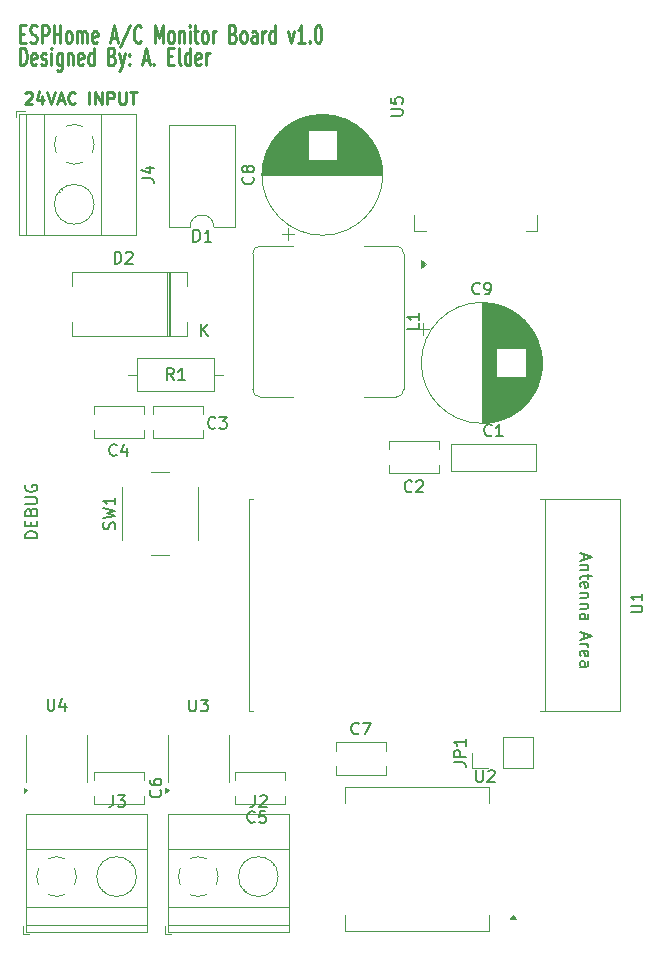
<source format=gbr>
%TF.GenerationSoftware,KiCad,Pcbnew,8.0.8*%
%TF.CreationDate,2025-02-09T13:51:33-05:00*%
%TF.ProjectId,ESPHomeACMonitor,45535048-6f6d-4654-9143-4d6f6e69746f,rev?*%
%TF.SameCoordinates,Original*%
%TF.FileFunction,Legend,Top*%
%TF.FilePolarity,Positive*%
%FSLAX46Y46*%
G04 Gerber Fmt 4.6, Leading zero omitted, Abs format (unit mm)*
G04 Created by KiCad (PCBNEW 8.0.8) date 2025-02-09 13:51:33*
%MOMM*%
%LPD*%
G01*
G04 APERTURE LIST*
%ADD10C,0.250000*%
%ADD11C,0.150000*%
%ADD12C,0.120000*%
G04 APERTURE END LIST*
D10*
X32402568Y-23147714D02*
X32735901Y-23147714D01*
X32878758Y-23933428D02*
X32402568Y-23933428D01*
X32402568Y-23933428D02*
X32402568Y-22433428D01*
X32402568Y-22433428D02*
X32878758Y-22433428D01*
X33259711Y-23862000D02*
X33402568Y-23933428D01*
X33402568Y-23933428D02*
X33640663Y-23933428D01*
X33640663Y-23933428D02*
X33735901Y-23862000D01*
X33735901Y-23862000D02*
X33783520Y-23790571D01*
X33783520Y-23790571D02*
X33831139Y-23647714D01*
X33831139Y-23647714D02*
X33831139Y-23504857D01*
X33831139Y-23504857D02*
X33783520Y-23362000D01*
X33783520Y-23362000D02*
X33735901Y-23290571D01*
X33735901Y-23290571D02*
X33640663Y-23219142D01*
X33640663Y-23219142D02*
X33450187Y-23147714D01*
X33450187Y-23147714D02*
X33354949Y-23076285D01*
X33354949Y-23076285D02*
X33307330Y-23004857D01*
X33307330Y-23004857D02*
X33259711Y-22862000D01*
X33259711Y-22862000D02*
X33259711Y-22719142D01*
X33259711Y-22719142D02*
X33307330Y-22576285D01*
X33307330Y-22576285D02*
X33354949Y-22504857D01*
X33354949Y-22504857D02*
X33450187Y-22433428D01*
X33450187Y-22433428D02*
X33688282Y-22433428D01*
X33688282Y-22433428D02*
X33831139Y-22504857D01*
X34259711Y-23933428D02*
X34259711Y-22433428D01*
X34259711Y-22433428D02*
X34640663Y-22433428D01*
X34640663Y-22433428D02*
X34735901Y-22504857D01*
X34735901Y-22504857D02*
X34783520Y-22576285D01*
X34783520Y-22576285D02*
X34831139Y-22719142D01*
X34831139Y-22719142D02*
X34831139Y-22933428D01*
X34831139Y-22933428D02*
X34783520Y-23076285D01*
X34783520Y-23076285D02*
X34735901Y-23147714D01*
X34735901Y-23147714D02*
X34640663Y-23219142D01*
X34640663Y-23219142D02*
X34259711Y-23219142D01*
X35259711Y-23933428D02*
X35259711Y-22433428D01*
X35259711Y-23147714D02*
X35831139Y-23147714D01*
X35831139Y-23933428D02*
X35831139Y-22433428D01*
X36450187Y-23933428D02*
X36354949Y-23862000D01*
X36354949Y-23862000D02*
X36307330Y-23790571D01*
X36307330Y-23790571D02*
X36259711Y-23647714D01*
X36259711Y-23647714D02*
X36259711Y-23219142D01*
X36259711Y-23219142D02*
X36307330Y-23076285D01*
X36307330Y-23076285D02*
X36354949Y-23004857D01*
X36354949Y-23004857D02*
X36450187Y-22933428D01*
X36450187Y-22933428D02*
X36593044Y-22933428D01*
X36593044Y-22933428D02*
X36688282Y-23004857D01*
X36688282Y-23004857D02*
X36735901Y-23076285D01*
X36735901Y-23076285D02*
X36783520Y-23219142D01*
X36783520Y-23219142D02*
X36783520Y-23647714D01*
X36783520Y-23647714D02*
X36735901Y-23790571D01*
X36735901Y-23790571D02*
X36688282Y-23862000D01*
X36688282Y-23862000D02*
X36593044Y-23933428D01*
X36593044Y-23933428D02*
X36450187Y-23933428D01*
X37212092Y-23933428D02*
X37212092Y-22933428D01*
X37212092Y-23076285D02*
X37259711Y-23004857D01*
X37259711Y-23004857D02*
X37354949Y-22933428D01*
X37354949Y-22933428D02*
X37497806Y-22933428D01*
X37497806Y-22933428D02*
X37593044Y-23004857D01*
X37593044Y-23004857D02*
X37640663Y-23147714D01*
X37640663Y-23147714D02*
X37640663Y-23933428D01*
X37640663Y-23147714D02*
X37688282Y-23004857D01*
X37688282Y-23004857D02*
X37783520Y-22933428D01*
X37783520Y-22933428D02*
X37926377Y-22933428D01*
X37926377Y-22933428D02*
X38021616Y-23004857D01*
X38021616Y-23004857D02*
X38069235Y-23147714D01*
X38069235Y-23147714D02*
X38069235Y-23933428D01*
X38926377Y-23862000D02*
X38831139Y-23933428D01*
X38831139Y-23933428D02*
X38640663Y-23933428D01*
X38640663Y-23933428D02*
X38545425Y-23862000D01*
X38545425Y-23862000D02*
X38497806Y-23719142D01*
X38497806Y-23719142D02*
X38497806Y-23147714D01*
X38497806Y-23147714D02*
X38545425Y-23004857D01*
X38545425Y-23004857D02*
X38640663Y-22933428D01*
X38640663Y-22933428D02*
X38831139Y-22933428D01*
X38831139Y-22933428D02*
X38926377Y-23004857D01*
X38926377Y-23004857D02*
X38973996Y-23147714D01*
X38973996Y-23147714D02*
X38973996Y-23290571D01*
X38973996Y-23290571D02*
X38497806Y-23433428D01*
X40116854Y-23504857D02*
X40593044Y-23504857D01*
X40021616Y-23933428D02*
X40354949Y-22433428D01*
X40354949Y-22433428D02*
X40688282Y-23933428D01*
X41735901Y-22362000D02*
X40878759Y-24290571D01*
X42640663Y-23790571D02*
X42593044Y-23862000D01*
X42593044Y-23862000D02*
X42450187Y-23933428D01*
X42450187Y-23933428D02*
X42354949Y-23933428D01*
X42354949Y-23933428D02*
X42212092Y-23862000D01*
X42212092Y-23862000D02*
X42116854Y-23719142D01*
X42116854Y-23719142D02*
X42069235Y-23576285D01*
X42069235Y-23576285D02*
X42021616Y-23290571D01*
X42021616Y-23290571D02*
X42021616Y-23076285D01*
X42021616Y-23076285D02*
X42069235Y-22790571D01*
X42069235Y-22790571D02*
X42116854Y-22647714D01*
X42116854Y-22647714D02*
X42212092Y-22504857D01*
X42212092Y-22504857D02*
X42354949Y-22433428D01*
X42354949Y-22433428D02*
X42450187Y-22433428D01*
X42450187Y-22433428D02*
X42593044Y-22504857D01*
X42593044Y-22504857D02*
X42640663Y-22576285D01*
X43831140Y-23933428D02*
X43831140Y-22433428D01*
X43831140Y-22433428D02*
X44164473Y-23504857D01*
X44164473Y-23504857D02*
X44497806Y-22433428D01*
X44497806Y-22433428D02*
X44497806Y-23933428D01*
X45116854Y-23933428D02*
X45021616Y-23862000D01*
X45021616Y-23862000D02*
X44973997Y-23790571D01*
X44973997Y-23790571D02*
X44926378Y-23647714D01*
X44926378Y-23647714D02*
X44926378Y-23219142D01*
X44926378Y-23219142D02*
X44973997Y-23076285D01*
X44973997Y-23076285D02*
X45021616Y-23004857D01*
X45021616Y-23004857D02*
X45116854Y-22933428D01*
X45116854Y-22933428D02*
X45259711Y-22933428D01*
X45259711Y-22933428D02*
X45354949Y-23004857D01*
X45354949Y-23004857D02*
X45402568Y-23076285D01*
X45402568Y-23076285D02*
X45450187Y-23219142D01*
X45450187Y-23219142D02*
X45450187Y-23647714D01*
X45450187Y-23647714D02*
X45402568Y-23790571D01*
X45402568Y-23790571D02*
X45354949Y-23862000D01*
X45354949Y-23862000D02*
X45259711Y-23933428D01*
X45259711Y-23933428D02*
X45116854Y-23933428D01*
X45878759Y-22933428D02*
X45878759Y-23933428D01*
X45878759Y-23076285D02*
X45926378Y-23004857D01*
X45926378Y-23004857D02*
X46021616Y-22933428D01*
X46021616Y-22933428D02*
X46164473Y-22933428D01*
X46164473Y-22933428D02*
X46259711Y-23004857D01*
X46259711Y-23004857D02*
X46307330Y-23147714D01*
X46307330Y-23147714D02*
X46307330Y-23933428D01*
X46783521Y-23933428D02*
X46783521Y-22933428D01*
X46783521Y-22433428D02*
X46735902Y-22504857D01*
X46735902Y-22504857D02*
X46783521Y-22576285D01*
X46783521Y-22576285D02*
X46831140Y-22504857D01*
X46831140Y-22504857D02*
X46783521Y-22433428D01*
X46783521Y-22433428D02*
X46783521Y-22576285D01*
X47116854Y-22933428D02*
X47497806Y-22933428D01*
X47259711Y-22433428D02*
X47259711Y-23719142D01*
X47259711Y-23719142D02*
X47307330Y-23862000D01*
X47307330Y-23862000D02*
X47402568Y-23933428D01*
X47402568Y-23933428D02*
X47497806Y-23933428D01*
X47973997Y-23933428D02*
X47878759Y-23862000D01*
X47878759Y-23862000D02*
X47831140Y-23790571D01*
X47831140Y-23790571D02*
X47783521Y-23647714D01*
X47783521Y-23647714D02*
X47783521Y-23219142D01*
X47783521Y-23219142D02*
X47831140Y-23076285D01*
X47831140Y-23076285D02*
X47878759Y-23004857D01*
X47878759Y-23004857D02*
X47973997Y-22933428D01*
X47973997Y-22933428D02*
X48116854Y-22933428D01*
X48116854Y-22933428D02*
X48212092Y-23004857D01*
X48212092Y-23004857D02*
X48259711Y-23076285D01*
X48259711Y-23076285D02*
X48307330Y-23219142D01*
X48307330Y-23219142D02*
X48307330Y-23647714D01*
X48307330Y-23647714D02*
X48259711Y-23790571D01*
X48259711Y-23790571D02*
X48212092Y-23862000D01*
X48212092Y-23862000D02*
X48116854Y-23933428D01*
X48116854Y-23933428D02*
X47973997Y-23933428D01*
X48735902Y-23933428D02*
X48735902Y-22933428D01*
X48735902Y-23219142D02*
X48783521Y-23076285D01*
X48783521Y-23076285D02*
X48831140Y-23004857D01*
X48831140Y-23004857D02*
X48926378Y-22933428D01*
X48926378Y-22933428D02*
X49021616Y-22933428D01*
X50450188Y-23147714D02*
X50593045Y-23219142D01*
X50593045Y-23219142D02*
X50640664Y-23290571D01*
X50640664Y-23290571D02*
X50688283Y-23433428D01*
X50688283Y-23433428D02*
X50688283Y-23647714D01*
X50688283Y-23647714D02*
X50640664Y-23790571D01*
X50640664Y-23790571D02*
X50593045Y-23862000D01*
X50593045Y-23862000D02*
X50497807Y-23933428D01*
X50497807Y-23933428D02*
X50116855Y-23933428D01*
X50116855Y-23933428D02*
X50116855Y-22433428D01*
X50116855Y-22433428D02*
X50450188Y-22433428D01*
X50450188Y-22433428D02*
X50545426Y-22504857D01*
X50545426Y-22504857D02*
X50593045Y-22576285D01*
X50593045Y-22576285D02*
X50640664Y-22719142D01*
X50640664Y-22719142D02*
X50640664Y-22862000D01*
X50640664Y-22862000D02*
X50593045Y-23004857D01*
X50593045Y-23004857D02*
X50545426Y-23076285D01*
X50545426Y-23076285D02*
X50450188Y-23147714D01*
X50450188Y-23147714D02*
X50116855Y-23147714D01*
X51259712Y-23933428D02*
X51164474Y-23862000D01*
X51164474Y-23862000D02*
X51116855Y-23790571D01*
X51116855Y-23790571D02*
X51069236Y-23647714D01*
X51069236Y-23647714D02*
X51069236Y-23219142D01*
X51069236Y-23219142D02*
X51116855Y-23076285D01*
X51116855Y-23076285D02*
X51164474Y-23004857D01*
X51164474Y-23004857D02*
X51259712Y-22933428D01*
X51259712Y-22933428D02*
X51402569Y-22933428D01*
X51402569Y-22933428D02*
X51497807Y-23004857D01*
X51497807Y-23004857D02*
X51545426Y-23076285D01*
X51545426Y-23076285D02*
X51593045Y-23219142D01*
X51593045Y-23219142D02*
X51593045Y-23647714D01*
X51593045Y-23647714D02*
X51545426Y-23790571D01*
X51545426Y-23790571D02*
X51497807Y-23862000D01*
X51497807Y-23862000D02*
X51402569Y-23933428D01*
X51402569Y-23933428D02*
X51259712Y-23933428D01*
X52450188Y-23933428D02*
X52450188Y-23147714D01*
X52450188Y-23147714D02*
X52402569Y-23004857D01*
X52402569Y-23004857D02*
X52307331Y-22933428D01*
X52307331Y-22933428D02*
X52116855Y-22933428D01*
X52116855Y-22933428D02*
X52021617Y-23004857D01*
X52450188Y-23862000D02*
X52354950Y-23933428D01*
X52354950Y-23933428D02*
X52116855Y-23933428D01*
X52116855Y-23933428D02*
X52021617Y-23862000D01*
X52021617Y-23862000D02*
X51973998Y-23719142D01*
X51973998Y-23719142D02*
X51973998Y-23576285D01*
X51973998Y-23576285D02*
X52021617Y-23433428D01*
X52021617Y-23433428D02*
X52116855Y-23362000D01*
X52116855Y-23362000D02*
X52354950Y-23362000D01*
X52354950Y-23362000D02*
X52450188Y-23290571D01*
X52926379Y-23933428D02*
X52926379Y-22933428D01*
X52926379Y-23219142D02*
X52973998Y-23076285D01*
X52973998Y-23076285D02*
X53021617Y-23004857D01*
X53021617Y-23004857D02*
X53116855Y-22933428D01*
X53116855Y-22933428D02*
X53212093Y-22933428D01*
X53973998Y-23933428D02*
X53973998Y-22433428D01*
X53973998Y-23862000D02*
X53878760Y-23933428D01*
X53878760Y-23933428D02*
X53688284Y-23933428D01*
X53688284Y-23933428D02*
X53593046Y-23862000D01*
X53593046Y-23862000D02*
X53545427Y-23790571D01*
X53545427Y-23790571D02*
X53497808Y-23647714D01*
X53497808Y-23647714D02*
X53497808Y-23219142D01*
X53497808Y-23219142D02*
X53545427Y-23076285D01*
X53545427Y-23076285D02*
X53593046Y-23004857D01*
X53593046Y-23004857D02*
X53688284Y-22933428D01*
X53688284Y-22933428D02*
X53878760Y-22933428D01*
X53878760Y-22933428D02*
X53973998Y-23004857D01*
X55116856Y-22933428D02*
X55354951Y-23933428D01*
X55354951Y-23933428D02*
X55593046Y-22933428D01*
X56497808Y-23933428D02*
X55926380Y-23933428D01*
X56212094Y-23933428D02*
X56212094Y-22433428D01*
X56212094Y-22433428D02*
X56116856Y-22647714D01*
X56116856Y-22647714D02*
X56021618Y-22790571D01*
X56021618Y-22790571D02*
X55926380Y-22862000D01*
X56926380Y-23790571D02*
X56973999Y-23862000D01*
X56973999Y-23862000D02*
X56926380Y-23933428D01*
X56926380Y-23933428D02*
X56878761Y-23862000D01*
X56878761Y-23862000D02*
X56926380Y-23790571D01*
X56926380Y-23790571D02*
X56926380Y-23933428D01*
X57593046Y-22433428D02*
X57688284Y-22433428D01*
X57688284Y-22433428D02*
X57783522Y-22504857D01*
X57783522Y-22504857D02*
X57831141Y-22576285D01*
X57831141Y-22576285D02*
X57878760Y-22719142D01*
X57878760Y-22719142D02*
X57926379Y-23004857D01*
X57926379Y-23004857D02*
X57926379Y-23362000D01*
X57926379Y-23362000D02*
X57878760Y-23647714D01*
X57878760Y-23647714D02*
X57831141Y-23790571D01*
X57831141Y-23790571D02*
X57783522Y-23862000D01*
X57783522Y-23862000D02*
X57688284Y-23933428D01*
X57688284Y-23933428D02*
X57593046Y-23933428D01*
X57593046Y-23933428D02*
X57497808Y-23862000D01*
X57497808Y-23862000D02*
X57450189Y-23790571D01*
X57450189Y-23790571D02*
X57402570Y-23647714D01*
X57402570Y-23647714D02*
X57354951Y-23362000D01*
X57354951Y-23362000D02*
X57354951Y-23004857D01*
X57354951Y-23004857D02*
X57402570Y-22719142D01*
X57402570Y-22719142D02*
X57450189Y-22576285D01*
X57450189Y-22576285D02*
X57497808Y-22504857D01*
X57497808Y-22504857D02*
X57593046Y-22433428D01*
X32402568Y-25803428D02*
X32402568Y-24303428D01*
X32402568Y-24303428D02*
X32640663Y-24303428D01*
X32640663Y-24303428D02*
X32783520Y-24374857D01*
X32783520Y-24374857D02*
X32878758Y-24517714D01*
X32878758Y-24517714D02*
X32926377Y-24660571D01*
X32926377Y-24660571D02*
X32973996Y-24946285D01*
X32973996Y-24946285D02*
X32973996Y-25160571D01*
X32973996Y-25160571D02*
X32926377Y-25446285D01*
X32926377Y-25446285D02*
X32878758Y-25589142D01*
X32878758Y-25589142D02*
X32783520Y-25732000D01*
X32783520Y-25732000D02*
X32640663Y-25803428D01*
X32640663Y-25803428D02*
X32402568Y-25803428D01*
X33783520Y-25732000D02*
X33688282Y-25803428D01*
X33688282Y-25803428D02*
X33497806Y-25803428D01*
X33497806Y-25803428D02*
X33402568Y-25732000D01*
X33402568Y-25732000D02*
X33354949Y-25589142D01*
X33354949Y-25589142D02*
X33354949Y-25017714D01*
X33354949Y-25017714D02*
X33402568Y-24874857D01*
X33402568Y-24874857D02*
X33497806Y-24803428D01*
X33497806Y-24803428D02*
X33688282Y-24803428D01*
X33688282Y-24803428D02*
X33783520Y-24874857D01*
X33783520Y-24874857D02*
X33831139Y-25017714D01*
X33831139Y-25017714D02*
X33831139Y-25160571D01*
X33831139Y-25160571D02*
X33354949Y-25303428D01*
X34212092Y-25732000D02*
X34307330Y-25803428D01*
X34307330Y-25803428D02*
X34497806Y-25803428D01*
X34497806Y-25803428D02*
X34593044Y-25732000D01*
X34593044Y-25732000D02*
X34640663Y-25589142D01*
X34640663Y-25589142D02*
X34640663Y-25517714D01*
X34640663Y-25517714D02*
X34593044Y-25374857D01*
X34593044Y-25374857D02*
X34497806Y-25303428D01*
X34497806Y-25303428D02*
X34354949Y-25303428D01*
X34354949Y-25303428D02*
X34259711Y-25232000D01*
X34259711Y-25232000D02*
X34212092Y-25089142D01*
X34212092Y-25089142D02*
X34212092Y-25017714D01*
X34212092Y-25017714D02*
X34259711Y-24874857D01*
X34259711Y-24874857D02*
X34354949Y-24803428D01*
X34354949Y-24803428D02*
X34497806Y-24803428D01*
X34497806Y-24803428D02*
X34593044Y-24874857D01*
X35069235Y-25803428D02*
X35069235Y-24803428D01*
X35069235Y-24303428D02*
X35021616Y-24374857D01*
X35021616Y-24374857D02*
X35069235Y-24446285D01*
X35069235Y-24446285D02*
X35116854Y-24374857D01*
X35116854Y-24374857D02*
X35069235Y-24303428D01*
X35069235Y-24303428D02*
X35069235Y-24446285D01*
X35973996Y-24803428D02*
X35973996Y-26017714D01*
X35973996Y-26017714D02*
X35926377Y-26160571D01*
X35926377Y-26160571D02*
X35878758Y-26232000D01*
X35878758Y-26232000D02*
X35783520Y-26303428D01*
X35783520Y-26303428D02*
X35640663Y-26303428D01*
X35640663Y-26303428D02*
X35545425Y-26232000D01*
X35973996Y-25732000D02*
X35878758Y-25803428D01*
X35878758Y-25803428D02*
X35688282Y-25803428D01*
X35688282Y-25803428D02*
X35593044Y-25732000D01*
X35593044Y-25732000D02*
X35545425Y-25660571D01*
X35545425Y-25660571D02*
X35497806Y-25517714D01*
X35497806Y-25517714D02*
X35497806Y-25089142D01*
X35497806Y-25089142D02*
X35545425Y-24946285D01*
X35545425Y-24946285D02*
X35593044Y-24874857D01*
X35593044Y-24874857D02*
X35688282Y-24803428D01*
X35688282Y-24803428D02*
X35878758Y-24803428D01*
X35878758Y-24803428D02*
X35973996Y-24874857D01*
X36450187Y-24803428D02*
X36450187Y-25803428D01*
X36450187Y-24946285D02*
X36497806Y-24874857D01*
X36497806Y-24874857D02*
X36593044Y-24803428D01*
X36593044Y-24803428D02*
X36735901Y-24803428D01*
X36735901Y-24803428D02*
X36831139Y-24874857D01*
X36831139Y-24874857D02*
X36878758Y-25017714D01*
X36878758Y-25017714D02*
X36878758Y-25803428D01*
X37735901Y-25732000D02*
X37640663Y-25803428D01*
X37640663Y-25803428D02*
X37450187Y-25803428D01*
X37450187Y-25803428D02*
X37354949Y-25732000D01*
X37354949Y-25732000D02*
X37307330Y-25589142D01*
X37307330Y-25589142D02*
X37307330Y-25017714D01*
X37307330Y-25017714D02*
X37354949Y-24874857D01*
X37354949Y-24874857D02*
X37450187Y-24803428D01*
X37450187Y-24803428D02*
X37640663Y-24803428D01*
X37640663Y-24803428D02*
X37735901Y-24874857D01*
X37735901Y-24874857D02*
X37783520Y-25017714D01*
X37783520Y-25017714D02*
X37783520Y-25160571D01*
X37783520Y-25160571D02*
X37307330Y-25303428D01*
X38640663Y-25803428D02*
X38640663Y-24303428D01*
X38640663Y-25732000D02*
X38545425Y-25803428D01*
X38545425Y-25803428D02*
X38354949Y-25803428D01*
X38354949Y-25803428D02*
X38259711Y-25732000D01*
X38259711Y-25732000D02*
X38212092Y-25660571D01*
X38212092Y-25660571D02*
X38164473Y-25517714D01*
X38164473Y-25517714D02*
X38164473Y-25089142D01*
X38164473Y-25089142D02*
X38212092Y-24946285D01*
X38212092Y-24946285D02*
X38259711Y-24874857D01*
X38259711Y-24874857D02*
X38354949Y-24803428D01*
X38354949Y-24803428D02*
X38545425Y-24803428D01*
X38545425Y-24803428D02*
X38640663Y-24874857D01*
X40212092Y-25017714D02*
X40354949Y-25089142D01*
X40354949Y-25089142D02*
X40402568Y-25160571D01*
X40402568Y-25160571D02*
X40450187Y-25303428D01*
X40450187Y-25303428D02*
X40450187Y-25517714D01*
X40450187Y-25517714D02*
X40402568Y-25660571D01*
X40402568Y-25660571D02*
X40354949Y-25732000D01*
X40354949Y-25732000D02*
X40259711Y-25803428D01*
X40259711Y-25803428D02*
X39878759Y-25803428D01*
X39878759Y-25803428D02*
X39878759Y-24303428D01*
X39878759Y-24303428D02*
X40212092Y-24303428D01*
X40212092Y-24303428D02*
X40307330Y-24374857D01*
X40307330Y-24374857D02*
X40354949Y-24446285D01*
X40354949Y-24446285D02*
X40402568Y-24589142D01*
X40402568Y-24589142D02*
X40402568Y-24732000D01*
X40402568Y-24732000D02*
X40354949Y-24874857D01*
X40354949Y-24874857D02*
X40307330Y-24946285D01*
X40307330Y-24946285D02*
X40212092Y-25017714D01*
X40212092Y-25017714D02*
X39878759Y-25017714D01*
X40783521Y-24803428D02*
X41021616Y-25803428D01*
X41259711Y-24803428D02*
X41021616Y-25803428D01*
X41021616Y-25803428D02*
X40926378Y-26160571D01*
X40926378Y-26160571D02*
X40878759Y-26232000D01*
X40878759Y-26232000D02*
X40783521Y-26303428D01*
X41640664Y-25660571D02*
X41688283Y-25732000D01*
X41688283Y-25732000D02*
X41640664Y-25803428D01*
X41640664Y-25803428D02*
X41593045Y-25732000D01*
X41593045Y-25732000D02*
X41640664Y-25660571D01*
X41640664Y-25660571D02*
X41640664Y-25803428D01*
X41640664Y-24874857D02*
X41688283Y-24946285D01*
X41688283Y-24946285D02*
X41640664Y-25017714D01*
X41640664Y-25017714D02*
X41593045Y-24946285D01*
X41593045Y-24946285D02*
X41640664Y-24874857D01*
X41640664Y-24874857D02*
X41640664Y-25017714D01*
X42831140Y-25374857D02*
X43307330Y-25374857D01*
X42735902Y-25803428D02*
X43069235Y-24303428D01*
X43069235Y-24303428D02*
X43402568Y-25803428D01*
X43735902Y-25660571D02*
X43783521Y-25732000D01*
X43783521Y-25732000D02*
X43735902Y-25803428D01*
X43735902Y-25803428D02*
X43688283Y-25732000D01*
X43688283Y-25732000D02*
X43735902Y-25660571D01*
X43735902Y-25660571D02*
X43735902Y-25803428D01*
X44973997Y-25017714D02*
X45307330Y-25017714D01*
X45450187Y-25803428D02*
X44973997Y-25803428D01*
X44973997Y-25803428D02*
X44973997Y-24303428D01*
X44973997Y-24303428D02*
X45450187Y-24303428D01*
X46021616Y-25803428D02*
X45926378Y-25732000D01*
X45926378Y-25732000D02*
X45878759Y-25589142D01*
X45878759Y-25589142D02*
X45878759Y-24303428D01*
X46831140Y-25803428D02*
X46831140Y-24303428D01*
X46831140Y-25732000D02*
X46735902Y-25803428D01*
X46735902Y-25803428D02*
X46545426Y-25803428D01*
X46545426Y-25803428D02*
X46450188Y-25732000D01*
X46450188Y-25732000D02*
X46402569Y-25660571D01*
X46402569Y-25660571D02*
X46354950Y-25517714D01*
X46354950Y-25517714D02*
X46354950Y-25089142D01*
X46354950Y-25089142D02*
X46402569Y-24946285D01*
X46402569Y-24946285D02*
X46450188Y-24874857D01*
X46450188Y-24874857D02*
X46545426Y-24803428D01*
X46545426Y-24803428D02*
X46735902Y-24803428D01*
X46735902Y-24803428D02*
X46831140Y-24874857D01*
X47688283Y-25732000D02*
X47593045Y-25803428D01*
X47593045Y-25803428D02*
X47402569Y-25803428D01*
X47402569Y-25803428D02*
X47307331Y-25732000D01*
X47307331Y-25732000D02*
X47259712Y-25589142D01*
X47259712Y-25589142D02*
X47259712Y-25017714D01*
X47259712Y-25017714D02*
X47307331Y-24874857D01*
X47307331Y-24874857D02*
X47402569Y-24803428D01*
X47402569Y-24803428D02*
X47593045Y-24803428D01*
X47593045Y-24803428D02*
X47688283Y-24874857D01*
X47688283Y-24874857D02*
X47735902Y-25017714D01*
X47735902Y-25017714D02*
X47735902Y-25160571D01*
X47735902Y-25160571D02*
X47259712Y-25303428D01*
X48164474Y-25803428D02*
X48164474Y-24803428D01*
X48164474Y-25089142D02*
X48212093Y-24946285D01*
X48212093Y-24946285D02*
X48259712Y-24874857D01*
X48259712Y-24874857D02*
X48354950Y-24803428D01*
X48354950Y-24803428D02*
X48450188Y-24803428D01*
X32854949Y-28169857D02*
X32902568Y-28122238D01*
X32902568Y-28122238D02*
X32997806Y-28074619D01*
X32997806Y-28074619D02*
X33235901Y-28074619D01*
X33235901Y-28074619D02*
X33331139Y-28122238D01*
X33331139Y-28122238D02*
X33378758Y-28169857D01*
X33378758Y-28169857D02*
X33426377Y-28265095D01*
X33426377Y-28265095D02*
X33426377Y-28360333D01*
X33426377Y-28360333D02*
X33378758Y-28503190D01*
X33378758Y-28503190D02*
X32807330Y-29074619D01*
X32807330Y-29074619D02*
X33426377Y-29074619D01*
X34283520Y-28407952D02*
X34283520Y-29074619D01*
X34045425Y-28027000D02*
X33807330Y-28741285D01*
X33807330Y-28741285D02*
X34426377Y-28741285D01*
X34664473Y-28074619D02*
X34997806Y-29074619D01*
X34997806Y-29074619D02*
X35331139Y-28074619D01*
X35616854Y-28788904D02*
X36093044Y-28788904D01*
X35521616Y-29074619D02*
X35854949Y-28074619D01*
X35854949Y-28074619D02*
X36188282Y-29074619D01*
X37093044Y-28979380D02*
X37045425Y-29027000D01*
X37045425Y-29027000D02*
X36902568Y-29074619D01*
X36902568Y-29074619D02*
X36807330Y-29074619D01*
X36807330Y-29074619D02*
X36664473Y-29027000D01*
X36664473Y-29027000D02*
X36569235Y-28931761D01*
X36569235Y-28931761D02*
X36521616Y-28836523D01*
X36521616Y-28836523D02*
X36473997Y-28646047D01*
X36473997Y-28646047D02*
X36473997Y-28503190D01*
X36473997Y-28503190D02*
X36521616Y-28312714D01*
X36521616Y-28312714D02*
X36569235Y-28217476D01*
X36569235Y-28217476D02*
X36664473Y-28122238D01*
X36664473Y-28122238D02*
X36807330Y-28074619D01*
X36807330Y-28074619D02*
X36902568Y-28074619D01*
X36902568Y-28074619D02*
X37045425Y-28122238D01*
X37045425Y-28122238D02*
X37093044Y-28169857D01*
X38283521Y-29074619D02*
X38283521Y-28074619D01*
X38759711Y-29074619D02*
X38759711Y-28074619D01*
X38759711Y-28074619D02*
X39331139Y-29074619D01*
X39331139Y-29074619D02*
X39331139Y-28074619D01*
X39807330Y-29074619D02*
X39807330Y-28074619D01*
X39807330Y-28074619D02*
X40188282Y-28074619D01*
X40188282Y-28074619D02*
X40283520Y-28122238D01*
X40283520Y-28122238D02*
X40331139Y-28169857D01*
X40331139Y-28169857D02*
X40378758Y-28265095D01*
X40378758Y-28265095D02*
X40378758Y-28407952D01*
X40378758Y-28407952D02*
X40331139Y-28503190D01*
X40331139Y-28503190D02*
X40283520Y-28550809D01*
X40283520Y-28550809D02*
X40188282Y-28598428D01*
X40188282Y-28598428D02*
X39807330Y-28598428D01*
X40807330Y-28074619D02*
X40807330Y-28884142D01*
X40807330Y-28884142D02*
X40854949Y-28979380D01*
X40854949Y-28979380D02*
X40902568Y-29027000D01*
X40902568Y-29027000D02*
X40997806Y-29074619D01*
X40997806Y-29074619D02*
X41188282Y-29074619D01*
X41188282Y-29074619D02*
X41283520Y-29027000D01*
X41283520Y-29027000D02*
X41331139Y-28979380D01*
X41331139Y-28979380D02*
X41378758Y-28884142D01*
X41378758Y-28884142D02*
X41378758Y-28074619D01*
X41712092Y-28074619D02*
X42283520Y-28074619D01*
X41997806Y-29074619D02*
X41997806Y-28074619D01*
D11*
X34738095Y-79444819D02*
X34738095Y-80254342D01*
X34738095Y-80254342D02*
X34785714Y-80349580D01*
X34785714Y-80349580D02*
X34833333Y-80397200D01*
X34833333Y-80397200D02*
X34928571Y-80444819D01*
X34928571Y-80444819D02*
X35119047Y-80444819D01*
X35119047Y-80444819D02*
X35214285Y-80397200D01*
X35214285Y-80397200D02*
X35261904Y-80349580D01*
X35261904Y-80349580D02*
X35309523Y-80254342D01*
X35309523Y-80254342D02*
X35309523Y-79444819D01*
X36214285Y-79778152D02*
X36214285Y-80444819D01*
X35976190Y-79397200D02*
X35738095Y-80111485D01*
X35738095Y-80111485D02*
X36357142Y-80111485D01*
X46738095Y-79509819D02*
X46738095Y-80319342D01*
X46738095Y-80319342D02*
X46785714Y-80414580D01*
X46785714Y-80414580D02*
X46833333Y-80462200D01*
X46833333Y-80462200D02*
X46928571Y-80509819D01*
X46928571Y-80509819D02*
X47119047Y-80509819D01*
X47119047Y-80509819D02*
X47214285Y-80462200D01*
X47214285Y-80462200D02*
X47261904Y-80414580D01*
X47261904Y-80414580D02*
X47309523Y-80319342D01*
X47309523Y-80319342D02*
X47309523Y-79509819D01*
X47690476Y-79509819D02*
X48309523Y-79509819D01*
X48309523Y-79509819D02*
X47976190Y-79890771D01*
X47976190Y-79890771D02*
X48119047Y-79890771D01*
X48119047Y-79890771D02*
X48214285Y-79938390D01*
X48214285Y-79938390D02*
X48261904Y-79986009D01*
X48261904Y-79986009D02*
X48309523Y-80081247D01*
X48309523Y-80081247D02*
X48309523Y-80319342D01*
X48309523Y-80319342D02*
X48261904Y-80414580D01*
X48261904Y-80414580D02*
X48214285Y-80462200D01*
X48214285Y-80462200D02*
X48119047Y-80509819D01*
X48119047Y-80509819D02*
X47833333Y-80509819D01*
X47833333Y-80509819D02*
X47738095Y-80462200D01*
X47738095Y-80462200D02*
X47690476Y-80414580D01*
X71028095Y-85469819D02*
X71028095Y-86279342D01*
X71028095Y-86279342D02*
X71075714Y-86374580D01*
X71075714Y-86374580D02*
X71123333Y-86422200D01*
X71123333Y-86422200D02*
X71218571Y-86469819D01*
X71218571Y-86469819D02*
X71409047Y-86469819D01*
X71409047Y-86469819D02*
X71504285Y-86422200D01*
X71504285Y-86422200D02*
X71551904Y-86374580D01*
X71551904Y-86374580D02*
X71599523Y-86279342D01*
X71599523Y-86279342D02*
X71599523Y-85469819D01*
X72028095Y-85565057D02*
X72075714Y-85517438D01*
X72075714Y-85517438D02*
X72170952Y-85469819D01*
X72170952Y-85469819D02*
X72409047Y-85469819D01*
X72409047Y-85469819D02*
X72504285Y-85517438D01*
X72504285Y-85517438D02*
X72551904Y-85565057D01*
X72551904Y-85565057D02*
X72599523Y-85660295D01*
X72599523Y-85660295D02*
X72599523Y-85755533D01*
X72599523Y-85755533D02*
X72551904Y-85898390D01*
X72551904Y-85898390D02*
X71980476Y-86469819D01*
X71980476Y-86469819D02*
X72599523Y-86469819D01*
X84099819Y-72121904D02*
X84909342Y-72121904D01*
X84909342Y-72121904D02*
X85004580Y-72074285D01*
X85004580Y-72074285D02*
X85052200Y-72026666D01*
X85052200Y-72026666D02*
X85099819Y-71931428D01*
X85099819Y-71931428D02*
X85099819Y-71740952D01*
X85099819Y-71740952D02*
X85052200Y-71645714D01*
X85052200Y-71645714D02*
X85004580Y-71598095D01*
X85004580Y-71598095D02*
X84909342Y-71550476D01*
X84909342Y-71550476D02*
X84099819Y-71550476D01*
X85099819Y-70550476D02*
X85099819Y-71121904D01*
X85099819Y-70836190D02*
X84099819Y-70836190D01*
X84099819Y-70836190D02*
X84242676Y-70931428D01*
X84242676Y-70931428D02*
X84337914Y-71026666D01*
X84337914Y-71026666D02*
X84385533Y-71121904D01*
X80125895Y-67238094D02*
X80125895Y-67714284D01*
X79840180Y-67142856D02*
X80840180Y-67476189D01*
X80840180Y-67476189D02*
X79840180Y-67809522D01*
X80506847Y-68142856D02*
X79840180Y-68142856D01*
X80411609Y-68142856D02*
X80459228Y-68190475D01*
X80459228Y-68190475D02*
X80506847Y-68285713D01*
X80506847Y-68285713D02*
X80506847Y-68428570D01*
X80506847Y-68428570D02*
X80459228Y-68523808D01*
X80459228Y-68523808D02*
X80363990Y-68571427D01*
X80363990Y-68571427D02*
X79840180Y-68571427D01*
X80506847Y-68904761D02*
X80506847Y-69285713D01*
X80840180Y-69047618D02*
X79983038Y-69047618D01*
X79983038Y-69047618D02*
X79887800Y-69095237D01*
X79887800Y-69095237D02*
X79840180Y-69190475D01*
X79840180Y-69190475D02*
X79840180Y-69285713D01*
X79887800Y-69999999D02*
X79840180Y-69904761D01*
X79840180Y-69904761D02*
X79840180Y-69714285D01*
X79840180Y-69714285D02*
X79887800Y-69619047D01*
X79887800Y-69619047D02*
X79983038Y-69571428D01*
X79983038Y-69571428D02*
X80363990Y-69571428D01*
X80363990Y-69571428D02*
X80459228Y-69619047D01*
X80459228Y-69619047D02*
X80506847Y-69714285D01*
X80506847Y-69714285D02*
X80506847Y-69904761D01*
X80506847Y-69904761D02*
X80459228Y-69999999D01*
X80459228Y-69999999D02*
X80363990Y-70047618D01*
X80363990Y-70047618D02*
X80268752Y-70047618D01*
X80268752Y-70047618D02*
X80173514Y-69571428D01*
X80506847Y-70476190D02*
X79840180Y-70476190D01*
X80411609Y-70476190D02*
X80459228Y-70523809D01*
X80459228Y-70523809D02*
X80506847Y-70619047D01*
X80506847Y-70619047D02*
X80506847Y-70761904D01*
X80506847Y-70761904D02*
X80459228Y-70857142D01*
X80459228Y-70857142D02*
X80363990Y-70904761D01*
X80363990Y-70904761D02*
X79840180Y-70904761D01*
X80506847Y-71380952D02*
X79840180Y-71380952D01*
X80411609Y-71380952D02*
X80459228Y-71428571D01*
X80459228Y-71428571D02*
X80506847Y-71523809D01*
X80506847Y-71523809D02*
X80506847Y-71666666D01*
X80506847Y-71666666D02*
X80459228Y-71761904D01*
X80459228Y-71761904D02*
X80363990Y-71809523D01*
X80363990Y-71809523D02*
X79840180Y-71809523D01*
X79840180Y-72714285D02*
X80363990Y-72714285D01*
X80363990Y-72714285D02*
X80459228Y-72666666D01*
X80459228Y-72666666D02*
X80506847Y-72571428D01*
X80506847Y-72571428D02*
X80506847Y-72380952D01*
X80506847Y-72380952D02*
X80459228Y-72285714D01*
X79887800Y-72714285D02*
X79840180Y-72619047D01*
X79840180Y-72619047D02*
X79840180Y-72380952D01*
X79840180Y-72380952D02*
X79887800Y-72285714D01*
X79887800Y-72285714D02*
X79983038Y-72238095D01*
X79983038Y-72238095D02*
X80078276Y-72238095D01*
X80078276Y-72238095D02*
X80173514Y-72285714D01*
X80173514Y-72285714D02*
X80221133Y-72380952D01*
X80221133Y-72380952D02*
X80221133Y-72619047D01*
X80221133Y-72619047D02*
X80268752Y-72714285D01*
X80125895Y-73904762D02*
X80125895Y-74380952D01*
X79840180Y-73809524D02*
X80840180Y-74142857D01*
X80840180Y-74142857D02*
X79840180Y-74476190D01*
X79840180Y-74809524D02*
X80506847Y-74809524D01*
X80316371Y-74809524D02*
X80411609Y-74857143D01*
X80411609Y-74857143D02*
X80459228Y-74904762D01*
X80459228Y-74904762D02*
X80506847Y-75000000D01*
X80506847Y-75000000D02*
X80506847Y-75095238D01*
X79887800Y-75809524D02*
X79840180Y-75714286D01*
X79840180Y-75714286D02*
X79840180Y-75523810D01*
X79840180Y-75523810D02*
X79887800Y-75428572D01*
X79887800Y-75428572D02*
X79983038Y-75380953D01*
X79983038Y-75380953D02*
X80363990Y-75380953D01*
X80363990Y-75380953D02*
X80459228Y-75428572D01*
X80459228Y-75428572D02*
X80506847Y-75523810D01*
X80506847Y-75523810D02*
X80506847Y-75714286D01*
X80506847Y-75714286D02*
X80459228Y-75809524D01*
X80459228Y-75809524D02*
X80363990Y-75857143D01*
X80363990Y-75857143D02*
X80268752Y-75857143D01*
X80268752Y-75857143D02*
X80173514Y-75380953D01*
X79840180Y-76714286D02*
X80363990Y-76714286D01*
X80363990Y-76714286D02*
X80459228Y-76666667D01*
X80459228Y-76666667D02*
X80506847Y-76571429D01*
X80506847Y-76571429D02*
X80506847Y-76380953D01*
X80506847Y-76380953D02*
X80459228Y-76285715D01*
X79887800Y-76714286D02*
X79840180Y-76619048D01*
X79840180Y-76619048D02*
X79840180Y-76380953D01*
X79840180Y-76380953D02*
X79887800Y-76285715D01*
X79887800Y-76285715D02*
X79983038Y-76238096D01*
X79983038Y-76238096D02*
X80078276Y-76238096D01*
X80078276Y-76238096D02*
X80173514Y-76285715D01*
X80173514Y-76285715D02*
X80221133Y-76380953D01*
X80221133Y-76380953D02*
X80221133Y-76619048D01*
X80221133Y-76619048D02*
X80268752Y-76714286D01*
X40407200Y-65083332D02*
X40454819Y-64940475D01*
X40454819Y-64940475D02*
X40454819Y-64702380D01*
X40454819Y-64702380D02*
X40407200Y-64607142D01*
X40407200Y-64607142D02*
X40359580Y-64559523D01*
X40359580Y-64559523D02*
X40264342Y-64511904D01*
X40264342Y-64511904D02*
X40169104Y-64511904D01*
X40169104Y-64511904D02*
X40073866Y-64559523D01*
X40073866Y-64559523D02*
X40026247Y-64607142D01*
X40026247Y-64607142D02*
X39978628Y-64702380D01*
X39978628Y-64702380D02*
X39931009Y-64892856D01*
X39931009Y-64892856D02*
X39883390Y-64988094D01*
X39883390Y-64988094D02*
X39835771Y-65035713D01*
X39835771Y-65035713D02*
X39740533Y-65083332D01*
X39740533Y-65083332D02*
X39645295Y-65083332D01*
X39645295Y-65083332D02*
X39550057Y-65035713D01*
X39550057Y-65035713D02*
X39502438Y-64988094D01*
X39502438Y-64988094D02*
X39454819Y-64892856D01*
X39454819Y-64892856D02*
X39454819Y-64654761D01*
X39454819Y-64654761D02*
X39502438Y-64511904D01*
X39454819Y-64178570D02*
X40454819Y-63940475D01*
X40454819Y-63940475D02*
X39740533Y-63749999D01*
X39740533Y-63749999D02*
X40454819Y-63559523D01*
X40454819Y-63559523D02*
X39454819Y-63321428D01*
X40454819Y-62416666D02*
X40454819Y-62988094D01*
X40454819Y-62702380D02*
X39454819Y-62702380D01*
X39454819Y-62702380D02*
X39597676Y-62797618D01*
X39597676Y-62797618D02*
X39692914Y-62892856D01*
X39692914Y-62892856D02*
X39740533Y-62988094D01*
X45413333Y-52454819D02*
X45080000Y-51978628D01*
X44841905Y-52454819D02*
X44841905Y-51454819D01*
X44841905Y-51454819D02*
X45222857Y-51454819D01*
X45222857Y-51454819D02*
X45318095Y-51502438D01*
X45318095Y-51502438D02*
X45365714Y-51550057D01*
X45365714Y-51550057D02*
X45413333Y-51645295D01*
X45413333Y-51645295D02*
X45413333Y-51788152D01*
X45413333Y-51788152D02*
X45365714Y-51883390D01*
X45365714Y-51883390D02*
X45318095Y-51931009D01*
X45318095Y-51931009D02*
X45222857Y-51978628D01*
X45222857Y-51978628D02*
X44841905Y-51978628D01*
X46365714Y-52454819D02*
X45794286Y-52454819D01*
X46080000Y-52454819D02*
X46080000Y-51454819D01*
X46080000Y-51454819D02*
X45984762Y-51597676D01*
X45984762Y-51597676D02*
X45889524Y-51692914D01*
X45889524Y-51692914D02*
X45794286Y-51740533D01*
X66204819Y-47666666D02*
X66204819Y-48142856D01*
X66204819Y-48142856D02*
X65204819Y-48142856D01*
X66204819Y-46809523D02*
X66204819Y-47380951D01*
X66204819Y-47095237D02*
X65204819Y-47095237D01*
X65204819Y-47095237D02*
X65347676Y-47190475D01*
X65347676Y-47190475D02*
X65442914Y-47285713D01*
X65442914Y-47285713D02*
X65490533Y-47380951D01*
X69124819Y-84833333D02*
X69839104Y-84833333D01*
X69839104Y-84833333D02*
X69981961Y-84880952D01*
X69981961Y-84880952D02*
X70077200Y-84976190D01*
X70077200Y-84976190D02*
X70124819Y-85119047D01*
X70124819Y-85119047D02*
X70124819Y-85214285D01*
X70124819Y-84357142D02*
X69124819Y-84357142D01*
X69124819Y-84357142D02*
X69124819Y-83976190D01*
X69124819Y-83976190D02*
X69172438Y-83880952D01*
X69172438Y-83880952D02*
X69220057Y-83833333D01*
X69220057Y-83833333D02*
X69315295Y-83785714D01*
X69315295Y-83785714D02*
X69458152Y-83785714D01*
X69458152Y-83785714D02*
X69553390Y-83833333D01*
X69553390Y-83833333D02*
X69601009Y-83880952D01*
X69601009Y-83880952D02*
X69648628Y-83976190D01*
X69648628Y-83976190D02*
X69648628Y-84357142D01*
X70124819Y-82833333D02*
X70124819Y-83404761D01*
X70124819Y-83119047D02*
X69124819Y-83119047D01*
X69124819Y-83119047D02*
X69267676Y-83214285D01*
X69267676Y-83214285D02*
X69362914Y-83309523D01*
X69362914Y-83309523D02*
X69410533Y-83404761D01*
X42714819Y-35373333D02*
X43429104Y-35373333D01*
X43429104Y-35373333D02*
X43571961Y-35420952D01*
X43571961Y-35420952D02*
X43667200Y-35516190D01*
X43667200Y-35516190D02*
X43714819Y-35659047D01*
X43714819Y-35659047D02*
X43714819Y-35754285D01*
X43048152Y-34468571D02*
X43714819Y-34468571D01*
X42667200Y-34706666D02*
X43381485Y-34944761D01*
X43381485Y-34944761D02*
X43381485Y-34325714D01*
X40291666Y-87604819D02*
X40291666Y-88319104D01*
X40291666Y-88319104D02*
X40244047Y-88461961D01*
X40244047Y-88461961D02*
X40148809Y-88557200D01*
X40148809Y-88557200D02*
X40005952Y-88604819D01*
X40005952Y-88604819D02*
X39910714Y-88604819D01*
X40672619Y-87604819D02*
X41291666Y-87604819D01*
X41291666Y-87604819D02*
X40958333Y-87985771D01*
X40958333Y-87985771D02*
X41101190Y-87985771D01*
X41101190Y-87985771D02*
X41196428Y-88033390D01*
X41196428Y-88033390D02*
X41244047Y-88081009D01*
X41244047Y-88081009D02*
X41291666Y-88176247D01*
X41291666Y-88176247D02*
X41291666Y-88414342D01*
X41291666Y-88414342D02*
X41244047Y-88509580D01*
X41244047Y-88509580D02*
X41196428Y-88557200D01*
X41196428Y-88557200D02*
X41101190Y-88604819D01*
X41101190Y-88604819D02*
X40815476Y-88604819D01*
X40815476Y-88604819D02*
X40720238Y-88557200D01*
X40720238Y-88557200D02*
X40672619Y-88509580D01*
X52291666Y-87604819D02*
X52291666Y-88319104D01*
X52291666Y-88319104D02*
X52244047Y-88461961D01*
X52244047Y-88461961D02*
X52148809Y-88557200D01*
X52148809Y-88557200D02*
X52005952Y-88604819D01*
X52005952Y-88604819D02*
X51910714Y-88604819D01*
X52720238Y-87700057D02*
X52767857Y-87652438D01*
X52767857Y-87652438D02*
X52863095Y-87604819D01*
X52863095Y-87604819D02*
X53101190Y-87604819D01*
X53101190Y-87604819D02*
X53196428Y-87652438D01*
X53196428Y-87652438D02*
X53244047Y-87700057D01*
X53244047Y-87700057D02*
X53291666Y-87795295D01*
X53291666Y-87795295D02*
X53291666Y-87890533D01*
X53291666Y-87890533D02*
X53244047Y-88033390D01*
X53244047Y-88033390D02*
X52672619Y-88604819D01*
X52672619Y-88604819D02*
X53291666Y-88604819D01*
X33849819Y-65838094D02*
X32849819Y-65838094D01*
X32849819Y-65838094D02*
X32849819Y-65599999D01*
X32849819Y-65599999D02*
X32897438Y-65457142D01*
X32897438Y-65457142D02*
X32992676Y-65361904D01*
X32992676Y-65361904D02*
X33087914Y-65314285D01*
X33087914Y-65314285D02*
X33278390Y-65266666D01*
X33278390Y-65266666D02*
X33421247Y-65266666D01*
X33421247Y-65266666D02*
X33611723Y-65314285D01*
X33611723Y-65314285D02*
X33706961Y-65361904D01*
X33706961Y-65361904D02*
X33802200Y-65457142D01*
X33802200Y-65457142D02*
X33849819Y-65599999D01*
X33849819Y-65599999D02*
X33849819Y-65838094D01*
X33326009Y-64838094D02*
X33326009Y-64504761D01*
X33849819Y-64361904D02*
X33849819Y-64838094D01*
X33849819Y-64838094D02*
X32849819Y-64838094D01*
X32849819Y-64838094D02*
X32849819Y-64361904D01*
X33326009Y-63599999D02*
X33373628Y-63457142D01*
X33373628Y-63457142D02*
X33421247Y-63409523D01*
X33421247Y-63409523D02*
X33516485Y-63361904D01*
X33516485Y-63361904D02*
X33659342Y-63361904D01*
X33659342Y-63361904D02*
X33754580Y-63409523D01*
X33754580Y-63409523D02*
X33802200Y-63457142D01*
X33802200Y-63457142D02*
X33849819Y-63552380D01*
X33849819Y-63552380D02*
X33849819Y-63933332D01*
X33849819Y-63933332D02*
X32849819Y-63933332D01*
X32849819Y-63933332D02*
X32849819Y-63599999D01*
X32849819Y-63599999D02*
X32897438Y-63504761D01*
X32897438Y-63504761D02*
X32945057Y-63457142D01*
X32945057Y-63457142D02*
X33040295Y-63409523D01*
X33040295Y-63409523D02*
X33135533Y-63409523D01*
X33135533Y-63409523D02*
X33230771Y-63457142D01*
X33230771Y-63457142D02*
X33278390Y-63504761D01*
X33278390Y-63504761D02*
X33326009Y-63599999D01*
X33326009Y-63599999D02*
X33326009Y-63933332D01*
X32849819Y-62933332D02*
X33659342Y-62933332D01*
X33659342Y-62933332D02*
X33754580Y-62885713D01*
X33754580Y-62885713D02*
X33802200Y-62838094D01*
X33802200Y-62838094D02*
X33849819Y-62742856D01*
X33849819Y-62742856D02*
X33849819Y-62552380D01*
X33849819Y-62552380D02*
X33802200Y-62457142D01*
X33802200Y-62457142D02*
X33754580Y-62409523D01*
X33754580Y-62409523D02*
X33659342Y-62361904D01*
X33659342Y-62361904D02*
X32849819Y-62361904D01*
X32897438Y-61361904D02*
X32849819Y-61457142D01*
X32849819Y-61457142D02*
X32849819Y-61599999D01*
X32849819Y-61599999D02*
X32897438Y-61742856D01*
X32897438Y-61742856D02*
X32992676Y-61838094D01*
X32992676Y-61838094D02*
X33087914Y-61885713D01*
X33087914Y-61885713D02*
X33278390Y-61933332D01*
X33278390Y-61933332D02*
X33421247Y-61933332D01*
X33421247Y-61933332D02*
X33611723Y-61885713D01*
X33611723Y-61885713D02*
X33706961Y-61838094D01*
X33706961Y-61838094D02*
X33802200Y-61742856D01*
X33802200Y-61742856D02*
X33849819Y-61599999D01*
X33849819Y-61599999D02*
X33849819Y-61504761D01*
X33849819Y-61504761D02*
X33802200Y-61361904D01*
X33802200Y-61361904D02*
X33754580Y-61314285D01*
X33754580Y-61314285D02*
X33421247Y-61314285D01*
X33421247Y-61314285D02*
X33421247Y-61504761D01*
X40411905Y-42599819D02*
X40411905Y-41599819D01*
X40411905Y-41599819D02*
X40650000Y-41599819D01*
X40650000Y-41599819D02*
X40792857Y-41647438D01*
X40792857Y-41647438D02*
X40888095Y-41742676D01*
X40888095Y-41742676D02*
X40935714Y-41837914D01*
X40935714Y-41837914D02*
X40983333Y-42028390D01*
X40983333Y-42028390D02*
X40983333Y-42171247D01*
X40983333Y-42171247D02*
X40935714Y-42361723D01*
X40935714Y-42361723D02*
X40888095Y-42456961D01*
X40888095Y-42456961D02*
X40792857Y-42552200D01*
X40792857Y-42552200D02*
X40650000Y-42599819D01*
X40650000Y-42599819D02*
X40411905Y-42599819D01*
X41364286Y-41695057D02*
X41411905Y-41647438D01*
X41411905Y-41647438D02*
X41507143Y-41599819D01*
X41507143Y-41599819D02*
X41745238Y-41599819D01*
X41745238Y-41599819D02*
X41840476Y-41647438D01*
X41840476Y-41647438D02*
X41888095Y-41695057D01*
X41888095Y-41695057D02*
X41935714Y-41790295D01*
X41935714Y-41790295D02*
X41935714Y-41885533D01*
X41935714Y-41885533D02*
X41888095Y-42028390D01*
X41888095Y-42028390D02*
X41316667Y-42599819D01*
X41316667Y-42599819D02*
X41935714Y-42599819D01*
X47738095Y-48754819D02*
X47738095Y-47754819D01*
X48309523Y-48754819D02*
X47880952Y-48183390D01*
X48309523Y-47754819D02*
X47738095Y-48326247D01*
X47081905Y-40734819D02*
X47081905Y-39734819D01*
X47081905Y-39734819D02*
X47320000Y-39734819D01*
X47320000Y-39734819D02*
X47462857Y-39782438D01*
X47462857Y-39782438D02*
X47558095Y-39877676D01*
X47558095Y-39877676D02*
X47605714Y-39972914D01*
X47605714Y-39972914D02*
X47653333Y-40163390D01*
X47653333Y-40163390D02*
X47653333Y-40306247D01*
X47653333Y-40306247D02*
X47605714Y-40496723D01*
X47605714Y-40496723D02*
X47558095Y-40591961D01*
X47558095Y-40591961D02*
X47462857Y-40687200D01*
X47462857Y-40687200D02*
X47320000Y-40734819D01*
X47320000Y-40734819D02*
X47081905Y-40734819D01*
X48605714Y-40734819D02*
X48034286Y-40734819D01*
X48320000Y-40734819D02*
X48320000Y-39734819D01*
X48320000Y-39734819D02*
X48224762Y-39877676D01*
X48224762Y-39877676D02*
X48129524Y-39972914D01*
X48129524Y-39972914D02*
X48034286Y-40020533D01*
X71333333Y-45109580D02*
X71285714Y-45157200D01*
X71285714Y-45157200D02*
X71142857Y-45204819D01*
X71142857Y-45204819D02*
X71047619Y-45204819D01*
X71047619Y-45204819D02*
X70904762Y-45157200D01*
X70904762Y-45157200D02*
X70809524Y-45061961D01*
X70809524Y-45061961D02*
X70761905Y-44966723D01*
X70761905Y-44966723D02*
X70714286Y-44776247D01*
X70714286Y-44776247D02*
X70714286Y-44633390D01*
X70714286Y-44633390D02*
X70761905Y-44442914D01*
X70761905Y-44442914D02*
X70809524Y-44347676D01*
X70809524Y-44347676D02*
X70904762Y-44252438D01*
X70904762Y-44252438D02*
X71047619Y-44204819D01*
X71047619Y-44204819D02*
X71142857Y-44204819D01*
X71142857Y-44204819D02*
X71285714Y-44252438D01*
X71285714Y-44252438D02*
X71333333Y-44300057D01*
X71809524Y-45204819D02*
X72000000Y-45204819D01*
X72000000Y-45204819D02*
X72095238Y-45157200D01*
X72095238Y-45157200D02*
X72142857Y-45109580D01*
X72142857Y-45109580D02*
X72238095Y-44966723D01*
X72238095Y-44966723D02*
X72285714Y-44776247D01*
X72285714Y-44776247D02*
X72285714Y-44395295D01*
X72285714Y-44395295D02*
X72238095Y-44300057D01*
X72238095Y-44300057D02*
X72190476Y-44252438D01*
X72190476Y-44252438D02*
X72095238Y-44204819D01*
X72095238Y-44204819D02*
X71904762Y-44204819D01*
X71904762Y-44204819D02*
X71809524Y-44252438D01*
X71809524Y-44252438D02*
X71761905Y-44300057D01*
X71761905Y-44300057D02*
X71714286Y-44395295D01*
X71714286Y-44395295D02*
X71714286Y-44633390D01*
X71714286Y-44633390D02*
X71761905Y-44728628D01*
X71761905Y-44728628D02*
X71809524Y-44776247D01*
X71809524Y-44776247D02*
X71904762Y-44823866D01*
X71904762Y-44823866D02*
X72095238Y-44823866D01*
X72095238Y-44823866D02*
X72190476Y-44776247D01*
X72190476Y-44776247D02*
X72238095Y-44728628D01*
X72238095Y-44728628D02*
X72285714Y-44633390D01*
X52109580Y-35246666D02*
X52157200Y-35294285D01*
X52157200Y-35294285D02*
X52204819Y-35437142D01*
X52204819Y-35437142D02*
X52204819Y-35532380D01*
X52204819Y-35532380D02*
X52157200Y-35675237D01*
X52157200Y-35675237D02*
X52061961Y-35770475D01*
X52061961Y-35770475D02*
X51966723Y-35818094D01*
X51966723Y-35818094D02*
X51776247Y-35865713D01*
X51776247Y-35865713D02*
X51633390Y-35865713D01*
X51633390Y-35865713D02*
X51442914Y-35818094D01*
X51442914Y-35818094D02*
X51347676Y-35770475D01*
X51347676Y-35770475D02*
X51252438Y-35675237D01*
X51252438Y-35675237D02*
X51204819Y-35532380D01*
X51204819Y-35532380D02*
X51204819Y-35437142D01*
X51204819Y-35437142D02*
X51252438Y-35294285D01*
X51252438Y-35294285D02*
X51300057Y-35246666D01*
X51633390Y-34675237D02*
X51585771Y-34770475D01*
X51585771Y-34770475D02*
X51538152Y-34818094D01*
X51538152Y-34818094D02*
X51442914Y-34865713D01*
X51442914Y-34865713D02*
X51395295Y-34865713D01*
X51395295Y-34865713D02*
X51300057Y-34818094D01*
X51300057Y-34818094D02*
X51252438Y-34770475D01*
X51252438Y-34770475D02*
X51204819Y-34675237D01*
X51204819Y-34675237D02*
X51204819Y-34484761D01*
X51204819Y-34484761D02*
X51252438Y-34389523D01*
X51252438Y-34389523D02*
X51300057Y-34341904D01*
X51300057Y-34341904D02*
X51395295Y-34294285D01*
X51395295Y-34294285D02*
X51442914Y-34294285D01*
X51442914Y-34294285D02*
X51538152Y-34341904D01*
X51538152Y-34341904D02*
X51585771Y-34389523D01*
X51585771Y-34389523D02*
X51633390Y-34484761D01*
X51633390Y-34484761D02*
X51633390Y-34675237D01*
X51633390Y-34675237D02*
X51681009Y-34770475D01*
X51681009Y-34770475D02*
X51728628Y-34818094D01*
X51728628Y-34818094D02*
X51823866Y-34865713D01*
X51823866Y-34865713D02*
X52014342Y-34865713D01*
X52014342Y-34865713D02*
X52109580Y-34818094D01*
X52109580Y-34818094D02*
X52157200Y-34770475D01*
X52157200Y-34770475D02*
X52204819Y-34675237D01*
X52204819Y-34675237D02*
X52204819Y-34484761D01*
X52204819Y-34484761D02*
X52157200Y-34389523D01*
X52157200Y-34389523D02*
X52109580Y-34341904D01*
X52109580Y-34341904D02*
X52014342Y-34294285D01*
X52014342Y-34294285D02*
X51823866Y-34294285D01*
X51823866Y-34294285D02*
X51728628Y-34341904D01*
X51728628Y-34341904D02*
X51681009Y-34389523D01*
X51681009Y-34389523D02*
X51633390Y-34484761D01*
X61083333Y-82359580D02*
X61035714Y-82407200D01*
X61035714Y-82407200D02*
X60892857Y-82454819D01*
X60892857Y-82454819D02*
X60797619Y-82454819D01*
X60797619Y-82454819D02*
X60654762Y-82407200D01*
X60654762Y-82407200D02*
X60559524Y-82311961D01*
X60559524Y-82311961D02*
X60511905Y-82216723D01*
X60511905Y-82216723D02*
X60464286Y-82026247D01*
X60464286Y-82026247D02*
X60464286Y-81883390D01*
X60464286Y-81883390D02*
X60511905Y-81692914D01*
X60511905Y-81692914D02*
X60559524Y-81597676D01*
X60559524Y-81597676D02*
X60654762Y-81502438D01*
X60654762Y-81502438D02*
X60797619Y-81454819D01*
X60797619Y-81454819D02*
X60892857Y-81454819D01*
X60892857Y-81454819D02*
X61035714Y-81502438D01*
X61035714Y-81502438D02*
X61083333Y-81550057D01*
X61416667Y-81454819D02*
X62083333Y-81454819D01*
X62083333Y-81454819D02*
X61654762Y-82454819D01*
X44284580Y-87166666D02*
X44332200Y-87214285D01*
X44332200Y-87214285D02*
X44379819Y-87357142D01*
X44379819Y-87357142D02*
X44379819Y-87452380D01*
X44379819Y-87452380D02*
X44332200Y-87595237D01*
X44332200Y-87595237D02*
X44236961Y-87690475D01*
X44236961Y-87690475D02*
X44141723Y-87738094D01*
X44141723Y-87738094D02*
X43951247Y-87785713D01*
X43951247Y-87785713D02*
X43808390Y-87785713D01*
X43808390Y-87785713D02*
X43617914Y-87738094D01*
X43617914Y-87738094D02*
X43522676Y-87690475D01*
X43522676Y-87690475D02*
X43427438Y-87595237D01*
X43427438Y-87595237D02*
X43379819Y-87452380D01*
X43379819Y-87452380D02*
X43379819Y-87357142D01*
X43379819Y-87357142D02*
X43427438Y-87214285D01*
X43427438Y-87214285D02*
X43475057Y-87166666D01*
X43379819Y-86309523D02*
X43379819Y-86499999D01*
X43379819Y-86499999D02*
X43427438Y-86595237D01*
X43427438Y-86595237D02*
X43475057Y-86642856D01*
X43475057Y-86642856D02*
X43617914Y-86738094D01*
X43617914Y-86738094D02*
X43808390Y-86785713D01*
X43808390Y-86785713D02*
X44189342Y-86785713D01*
X44189342Y-86785713D02*
X44284580Y-86738094D01*
X44284580Y-86738094D02*
X44332200Y-86690475D01*
X44332200Y-86690475D02*
X44379819Y-86595237D01*
X44379819Y-86595237D02*
X44379819Y-86404761D01*
X44379819Y-86404761D02*
X44332200Y-86309523D01*
X44332200Y-86309523D02*
X44284580Y-86261904D01*
X44284580Y-86261904D02*
X44189342Y-86214285D01*
X44189342Y-86214285D02*
X43951247Y-86214285D01*
X43951247Y-86214285D02*
X43856009Y-86261904D01*
X43856009Y-86261904D02*
X43808390Y-86309523D01*
X43808390Y-86309523D02*
X43760771Y-86404761D01*
X43760771Y-86404761D02*
X43760771Y-86595237D01*
X43760771Y-86595237D02*
X43808390Y-86690475D01*
X43808390Y-86690475D02*
X43856009Y-86738094D01*
X43856009Y-86738094D02*
X43951247Y-86785713D01*
X52278333Y-89859580D02*
X52230714Y-89907200D01*
X52230714Y-89907200D02*
X52087857Y-89954819D01*
X52087857Y-89954819D02*
X51992619Y-89954819D01*
X51992619Y-89954819D02*
X51849762Y-89907200D01*
X51849762Y-89907200D02*
X51754524Y-89811961D01*
X51754524Y-89811961D02*
X51706905Y-89716723D01*
X51706905Y-89716723D02*
X51659286Y-89526247D01*
X51659286Y-89526247D02*
X51659286Y-89383390D01*
X51659286Y-89383390D02*
X51706905Y-89192914D01*
X51706905Y-89192914D02*
X51754524Y-89097676D01*
X51754524Y-89097676D02*
X51849762Y-89002438D01*
X51849762Y-89002438D02*
X51992619Y-88954819D01*
X51992619Y-88954819D02*
X52087857Y-88954819D01*
X52087857Y-88954819D02*
X52230714Y-89002438D01*
X52230714Y-89002438D02*
X52278333Y-89050057D01*
X53183095Y-88954819D02*
X52706905Y-88954819D01*
X52706905Y-88954819D02*
X52659286Y-89431009D01*
X52659286Y-89431009D02*
X52706905Y-89383390D01*
X52706905Y-89383390D02*
X52802143Y-89335771D01*
X52802143Y-89335771D02*
X53040238Y-89335771D01*
X53040238Y-89335771D02*
X53135476Y-89383390D01*
X53135476Y-89383390D02*
X53183095Y-89431009D01*
X53183095Y-89431009D02*
X53230714Y-89526247D01*
X53230714Y-89526247D02*
X53230714Y-89764342D01*
X53230714Y-89764342D02*
X53183095Y-89859580D01*
X53183095Y-89859580D02*
X53135476Y-89907200D01*
X53135476Y-89907200D02*
X53040238Y-89954819D01*
X53040238Y-89954819D02*
X52802143Y-89954819D01*
X52802143Y-89954819D02*
X52706905Y-89907200D01*
X52706905Y-89907200D02*
X52659286Y-89859580D01*
X40583333Y-58789580D02*
X40535714Y-58837200D01*
X40535714Y-58837200D02*
X40392857Y-58884819D01*
X40392857Y-58884819D02*
X40297619Y-58884819D01*
X40297619Y-58884819D02*
X40154762Y-58837200D01*
X40154762Y-58837200D02*
X40059524Y-58741961D01*
X40059524Y-58741961D02*
X40011905Y-58646723D01*
X40011905Y-58646723D02*
X39964286Y-58456247D01*
X39964286Y-58456247D02*
X39964286Y-58313390D01*
X39964286Y-58313390D02*
X40011905Y-58122914D01*
X40011905Y-58122914D02*
X40059524Y-58027676D01*
X40059524Y-58027676D02*
X40154762Y-57932438D01*
X40154762Y-57932438D02*
X40297619Y-57884819D01*
X40297619Y-57884819D02*
X40392857Y-57884819D01*
X40392857Y-57884819D02*
X40535714Y-57932438D01*
X40535714Y-57932438D02*
X40583333Y-57980057D01*
X41440476Y-58218152D02*
X41440476Y-58884819D01*
X41202381Y-57837200D02*
X40964286Y-58551485D01*
X40964286Y-58551485D02*
X41583333Y-58551485D01*
X72333333Y-57109580D02*
X72285714Y-57157200D01*
X72285714Y-57157200D02*
X72142857Y-57204819D01*
X72142857Y-57204819D02*
X72047619Y-57204819D01*
X72047619Y-57204819D02*
X71904762Y-57157200D01*
X71904762Y-57157200D02*
X71809524Y-57061961D01*
X71809524Y-57061961D02*
X71761905Y-56966723D01*
X71761905Y-56966723D02*
X71714286Y-56776247D01*
X71714286Y-56776247D02*
X71714286Y-56633390D01*
X71714286Y-56633390D02*
X71761905Y-56442914D01*
X71761905Y-56442914D02*
X71809524Y-56347676D01*
X71809524Y-56347676D02*
X71904762Y-56252438D01*
X71904762Y-56252438D02*
X72047619Y-56204819D01*
X72047619Y-56204819D02*
X72142857Y-56204819D01*
X72142857Y-56204819D02*
X72285714Y-56252438D01*
X72285714Y-56252438D02*
X72333333Y-56300057D01*
X73285714Y-57204819D02*
X72714286Y-57204819D01*
X73000000Y-57204819D02*
X73000000Y-56204819D01*
X73000000Y-56204819D02*
X72904762Y-56347676D01*
X72904762Y-56347676D02*
X72809524Y-56442914D01*
X72809524Y-56442914D02*
X72714286Y-56490533D01*
X63804819Y-30076904D02*
X64614342Y-30076904D01*
X64614342Y-30076904D02*
X64709580Y-30029285D01*
X64709580Y-30029285D02*
X64757200Y-29981666D01*
X64757200Y-29981666D02*
X64804819Y-29886428D01*
X64804819Y-29886428D02*
X64804819Y-29695952D01*
X64804819Y-29695952D02*
X64757200Y-29600714D01*
X64757200Y-29600714D02*
X64709580Y-29553095D01*
X64709580Y-29553095D02*
X64614342Y-29505476D01*
X64614342Y-29505476D02*
X63804819Y-29505476D01*
X63804819Y-28553095D02*
X63804819Y-29029285D01*
X63804819Y-29029285D02*
X64281009Y-29076904D01*
X64281009Y-29076904D02*
X64233390Y-29029285D01*
X64233390Y-29029285D02*
X64185771Y-28934047D01*
X64185771Y-28934047D02*
X64185771Y-28695952D01*
X64185771Y-28695952D02*
X64233390Y-28600714D01*
X64233390Y-28600714D02*
X64281009Y-28553095D01*
X64281009Y-28553095D02*
X64376247Y-28505476D01*
X64376247Y-28505476D02*
X64614342Y-28505476D01*
X64614342Y-28505476D02*
X64709580Y-28553095D01*
X64709580Y-28553095D02*
X64757200Y-28600714D01*
X64757200Y-28600714D02*
X64804819Y-28695952D01*
X64804819Y-28695952D02*
X64804819Y-28934047D01*
X64804819Y-28934047D02*
X64757200Y-29029285D01*
X64757200Y-29029285D02*
X64709580Y-29076904D01*
X48953333Y-56479580D02*
X48905714Y-56527200D01*
X48905714Y-56527200D02*
X48762857Y-56574819D01*
X48762857Y-56574819D02*
X48667619Y-56574819D01*
X48667619Y-56574819D02*
X48524762Y-56527200D01*
X48524762Y-56527200D02*
X48429524Y-56431961D01*
X48429524Y-56431961D02*
X48381905Y-56336723D01*
X48381905Y-56336723D02*
X48334286Y-56146247D01*
X48334286Y-56146247D02*
X48334286Y-56003390D01*
X48334286Y-56003390D02*
X48381905Y-55812914D01*
X48381905Y-55812914D02*
X48429524Y-55717676D01*
X48429524Y-55717676D02*
X48524762Y-55622438D01*
X48524762Y-55622438D02*
X48667619Y-55574819D01*
X48667619Y-55574819D02*
X48762857Y-55574819D01*
X48762857Y-55574819D02*
X48905714Y-55622438D01*
X48905714Y-55622438D02*
X48953333Y-55670057D01*
X49286667Y-55574819D02*
X49905714Y-55574819D01*
X49905714Y-55574819D02*
X49572381Y-55955771D01*
X49572381Y-55955771D02*
X49715238Y-55955771D01*
X49715238Y-55955771D02*
X49810476Y-56003390D01*
X49810476Y-56003390D02*
X49858095Y-56051009D01*
X49858095Y-56051009D02*
X49905714Y-56146247D01*
X49905714Y-56146247D02*
X49905714Y-56384342D01*
X49905714Y-56384342D02*
X49858095Y-56479580D01*
X49858095Y-56479580D02*
X49810476Y-56527200D01*
X49810476Y-56527200D02*
X49715238Y-56574819D01*
X49715238Y-56574819D02*
X49429524Y-56574819D01*
X49429524Y-56574819D02*
X49334286Y-56527200D01*
X49334286Y-56527200D02*
X49286667Y-56479580D01*
X65583333Y-61859580D02*
X65535714Y-61907200D01*
X65535714Y-61907200D02*
X65392857Y-61954819D01*
X65392857Y-61954819D02*
X65297619Y-61954819D01*
X65297619Y-61954819D02*
X65154762Y-61907200D01*
X65154762Y-61907200D02*
X65059524Y-61811961D01*
X65059524Y-61811961D02*
X65011905Y-61716723D01*
X65011905Y-61716723D02*
X64964286Y-61526247D01*
X64964286Y-61526247D02*
X64964286Y-61383390D01*
X64964286Y-61383390D02*
X65011905Y-61192914D01*
X65011905Y-61192914D02*
X65059524Y-61097676D01*
X65059524Y-61097676D02*
X65154762Y-61002438D01*
X65154762Y-61002438D02*
X65297619Y-60954819D01*
X65297619Y-60954819D02*
X65392857Y-60954819D01*
X65392857Y-60954819D02*
X65535714Y-61002438D01*
X65535714Y-61002438D02*
X65583333Y-61050057D01*
X65964286Y-61050057D02*
X66011905Y-61002438D01*
X66011905Y-61002438D02*
X66107143Y-60954819D01*
X66107143Y-60954819D02*
X66345238Y-60954819D01*
X66345238Y-60954819D02*
X66440476Y-61002438D01*
X66440476Y-61002438D02*
X66488095Y-61050057D01*
X66488095Y-61050057D02*
X66535714Y-61145295D01*
X66535714Y-61145295D02*
X66535714Y-61240533D01*
X66535714Y-61240533D02*
X66488095Y-61383390D01*
X66488095Y-61383390D02*
X65916667Y-61954819D01*
X65916667Y-61954819D02*
X66535714Y-61954819D01*
D12*
%TO.C,U4*%
X33035000Y-87200000D02*
X32705000Y-87440000D01*
X32705000Y-86960000D01*
X33035000Y-87200000D01*
G36*
X33035000Y-87200000D02*
G01*
X32705000Y-87440000D01*
X32705000Y-86960000D01*
X33035000Y-87200000D01*
G37*
X38060000Y-84500000D02*
X38060000Y-82550000D01*
X38060000Y-84500000D02*
X38060000Y-86450000D01*
X32940000Y-84500000D02*
X32940000Y-82550000D01*
X32940000Y-84500000D02*
X32940000Y-86450000D01*
%TO.C,U3*%
X45035000Y-87200000D02*
X44705000Y-87440000D01*
X44705000Y-86960000D01*
X45035000Y-87200000D01*
G36*
X45035000Y-87200000D02*
G01*
X44705000Y-87440000D01*
X44705000Y-86960000D01*
X45035000Y-87200000D01*
G37*
X50060000Y-84500000D02*
X50060000Y-82550000D01*
X50060000Y-84500000D02*
X50060000Y-86450000D01*
X44940000Y-84500000D02*
X44940000Y-82550000D01*
X44940000Y-84500000D02*
X44940000Y-86450000D01*
%TO.C,U2*%
X72110000Y-97745000D02*
X72110000Y-99110000D01*
X72110000Y-86890000D02*
X72110000Y-88255000D01*
X66000000Y-99110000D02*
X72110000Y-99110000D01*
X66000000Y-86890000D02*
X72110000Y-86890000D01*
X66000000Y-86890000D02*
X59890000Y-86890000D01*
X59890000Y-99110000D02*
X66000000Y-99110000D01*
X59890000Y-97745000D02*
X59890000Y-99110000D01*
X59890000Y-86890000D02*
X59890000Y-88255000D01*
X74390000Y-98080000D02*
X73910000Y-98080000D01*
X74150000Y-97750000D01*
X74390000Y-98080000D01*
G36*
X74390000Y-98080000D02*
G01*
X73910000Y-98080000D01*
X74150000Y-97750000D01*
X74390000Y-98080000D01*
G37*
%TO.C,U1*%
X83195000Y-62500000D02*
X76400000Y-62500000D01*
X76885000Y-62500000D02*
X76885000Y-80500000D01*
X51795000Y-62500000D02*
X52150000Y-62500000D01*
X51795000Y-62500000D02*
X51795000Y-80500000D01*
X83195000Y-80500000D02*
X83195000Y-62500000D01*
X83150000Y-80500000D02*
X76400000Y-80500000D01*
X51795000Y-80500000D02*
X52150000Y-80500000D01*
%TO.C,SW1*%
X45000000Y-60250000D02*
X43500000Y-60250000D01*
X41000000Y-61500000D02*
X41000000Y-66000000D01*
X47500000Y-66000000D02*
X47500000Y-61500000D01*
X43500000Y-67250000D02*
X45000000Y-67250000D01*
%TO.C,R1*%
X49620000Y-52000000D02*
X48850000Y-52000000D01*
X48850000Y-53370000D02*
X48850000Y-50630000D01*
X48850000Y-50630000D02*
X42310000Y-50630000D01*
X42310000Y-53370000D02*
X48850000Y-53370000D01*
X42310000Y-50630000D02*
X42310000Y-53370000D01*
X41540000Y-52000000D02*
X42310000Y-52000000D01*
%TO.C,L1*%
X64250000Y-41100000D02*
X61500000Y-41100000D01*
X55500000Y-41100000D02*
X52750000Y-41100000D01*
X64900000Y-41750000D02*
X64900000Y-53250000D01*
X52100000Y-53250000D02*
X52100000Y-41750000D01*
X64250000Y-53900000D02*
X61500000Y-53900000D01*
X55500000Y-53900000D02*
X52750000Y-53900000D01*
X64250000Y-41100000D02*
G75*
G02*
X64900000Y-41750000I-1J-650001D01*
G01*
X52100000Y-41750000D02*
G75*
G02*
X52750000Y-41100000I650001J-1D01*
G01*
X64900000Y-53250000D02*
G75*
G02*
X64250000Y-53900000I-650000J0D01*
G01*
X52750000Y-53900000D02*
G75*
G02*
X52100000Y-53250000I0J650000D01*
G01*
%TO.C,JP1*%
X70670000Y-85330000D02*
X70670000Y-84000000D01*
X72000000Y-85330000D02*
X70670000Y-85330000D01*
X73270000Y-85330000D02*
X75870000Y-85330000D01*
X73270000Y-85330000D02*
X73270000Y-82670000D01*
X75870000Y-85330000D02*
X75870000Y-82670000D01*
X73270000Y-82670000D02*
X75870000Y-82670000D01*
%TO.C,J4*%
X32840000Y-29660000D02*
X32100000Y-29660000D01*
X32100000Y-29660000D02*
X32100000Y-30160000D01*
X42261000Y-29900000D02*
X32340000Y-29900000D01*
X42261000Y-29900000D02*
X42261000Y-40180000D01*
X39301000Y-29900000D02*
X39301000Y-40180000D01*
X34400000Y-29900000D02*
X34400000Y-40180000D01*
X32900000Y-29900000D02*
X32900000Y-40180000D01*
X32340000Y-29900000D02*
X32340000Y-40180000D01*
X35977000Y-36353000D02*
X35931000Y-36306000D01*
X35761000Y-36546000D02*
X35726000Y-36511000D01*
X38275000Y-38650000D02*
X38239000Y-38615000D01*
X38069000Y-38855000D02*
X38023000Y-38808000D01*
X42261000Y-40180000D02*
X32340000Y-40180000D01*
X36316958Y-30964573D02*
G75*
G02*
X37684000Y-30965000I683041J-1535420D01*
G01*
X38535427Y-31816958D02*
G75*
G02*
X38535000Y-33184000I-1535420J-683041D01*
G01*
X35319747Y-32528805D02*
G75*
G02*
X35465000Y-31816000I1680254J28806D01*
G01*
X35465244Y-33183318D02*
G75*
G02*
X35320000Y-32500000I1534756J683318D01*
G01*
X37683042Y-34035427D02*
G75*
G02*
X36316000Y-34035000I-683042J1535427D01*
G01*
X38680000Y-37580000D02*
G75*
G02*
X35320000Y-37580000I-1680000J0D01*
G01*
X35320000Y-37580000D02*
G75*
G02*
X38680000Y-37580000I1680000J0D01*
G01*
%TO.C,J3*%
X42260000Y-94500000D02*
G75*
G02*
X38900000Y-94500000I-1680000J0D01*
G01*
X38900000Y-94500000D02*
G75*
G02*
X42260000Y-94500000I1680000J0D01*
G01*
X37035427Y-93816958D02*
G75*
G02*
X37035000Y-95184000I-1535427J-683042D01*
G01*
X36183318Y-96034756D02*
G75*
G02*
X35500000Y-96180000I-683318J1534756D01*
G01*
X35528805Y-96180253D02*
G75*
G02*
X34816000Y-96035000I-28806J1680254D01*
G01*
X34816958Y-92964573D02*
G75*
G02*
X36184000Y-92965000I683041J-1535420D01*
G01*
X33964573Y-95183042D02*
G75*
G02*
X33965000Y-93816000I1535420J683041D01*
G01*
X43180000Y-89239000D02*
X43180000Y-99160000D01*
X41855000Y-93431000D02*
X41808000Y-93477000D01*
X41650000Y-93225000D02*
X41615000Y-93261000D01*
X39546000Y-95739000D02*
X39511000Y-95774000D01*
X39353000Y-95523000D02*
X39306000Y-95569000D01*
X32900000Y-99160000D02*
X43180000Y-99160000D01*
X32900000Y-98600000D02*
X43180000Y-98600000D01*
X32900000Y-97100000D02*
X43180000Y-97100000D01*
X32900000Y-92199000D02*
X43180000Y-92199000D01*
X32900000Y-89239000D02*
X43180000Y-89239000D01*
X32900000Y-89239000D02*
X32900000Y-99160000D01*
X32660000Y-99400000D02*
X33160000Y-99400000D01*
X32660000Y-98660000D02*
X32660000Y-99400000D01*
%TO.C,J2*%
X54260000Y-94500000D02*
G75*
G02*
X50900000Y-94500000I-1680000J0D01*
G01*
X50900000Y-94500000D02*
G75*
G02*
X54260000Y-94500000I1680000J0D01*
G01*
X49035427Y-93816958D02*
G75*
G02*
X49035000Y-95184000I-1535427J-683042D01*
G01*
X48183318Y-96034756D02*
G75*
G02*
X47500000Y-96180000I-683318J1534756D01*
G01*
X47528805Y-96180253D02*
G75*
G02*
X46816000Y-96035000I-28806J1680254D01*
G01*
X46816958Y-92964573D02*
G75*
G02*
X48184000Y-92965000I683041J-1535420D01*
G01*
X45964573Y-95183042D02*
G75*
G02*
X45965000Y-93816000I1535420J683041D01*
G01*
X55180000Y-89239000D02*
X55180000Y-99160000D01*
X53855000Y-93431000D02*
X53808000Y-93477000D01*
X53650000Y-93225000D02*
X53615000Y-93261000D01*
X51546000Y-95739000D02*
X51511000Y-95774000D01*
X51353000Y-95523000D02*
X51306000Y-95569000D01*
X44900000Y-99160000D02*
X55180000Y-99160000D01*
X44900000Y-98600000D02*
X55180000Y-98600000D01*
X44900000Y-97100000D02*
X55180000Y-97100000D01*
X44900000Y-92199000D02*
X55180000Y-92199000D01*
X44900000Y-89239000D02*
X55180000Y-89239000D01*
X44900000Y-89239000D02*
X44900000Y-99160000D01*
X44660000Y-99400000D02*
X45160000Y-99400000D01*
X44660000Y-98660000D02*
X44660000Y-99400000D01*
%TO.C,D2*%
X46535000Y-48725000D02*
X36765000Y-48725000D01*
X46535000Y-47540000D02*
X46535000Y-48725000D01*
X46535000Y-44460000D02*
X46535000Y-43275000D01*
X46535000Y-43275000D02*
X36765000Y-43275000D01*
X45105500Y-48725000D02*
X45105500Y-43275000D01*
X44985500Y-48725000D02*
X44985500Y-43275000D01*
X44865500Y-48725000D02*
X44865500Y-43275000D01*
X36765000Y-48725000D02*
X36765000Y-47540000D01*
X36765000Y-43275000D02*
X36765000Y-44460000D01*
%TO.C,D1*%
X46810000Y-39480000D02*
G75*
G02*
X48810000Y-39480000I1000000J0D01*
G01*
X45040000Y-30880000D02*
X45040000Y-39480000D01*
X45040000Y-39480000D02*
X46810000Y-39480000D01*
X48810000Y-39480000D02*
X50580000Y-39480000D01*
X50580000Y-30880000D02*
X45040000Y-30880000D01*
X50580000Y-39480000D02*
X50580000Y-30880000D01*
%TO.C,C9*%
X66020354Y-48125000D02*
X67020354Y-48125000D01*
X66520354Y-47625000D02*
X66520354Y-48625000D01*
X71500000Y-45920000D02*
X71500000Y-56080000D01*
X71540000Y-45920000D02*
X71540000Y-56080000D01*
X71580000Y-45920000D02*
X71580000Y-56080000D01*
X71620000Y-45921000D02*
X71620000Y-56079000D01*
X71660000Y-45922000D02*
X71660000Y-56078000D01*
X71700000Y-45923000D02*
X71700000Y-56077000D01*
X71740000Y-45925000D02*
X71740000Y-56075000D01*
X71780000Y-45927000D02*
X71780000Y-56073000D01*
X71820000Y-45930000D02*
X71820000Y-56070000D01*
X71860000Y-45932000D02*
X71860000Y-56068000D01*
X71900000Y-45935000D02*
X71900000Y-56065000D01*
X71940000Y-45938000D02*
X71940000Y-56062000D01*
X71980000Y-45942000D02*
X71980000Y-56058000D01*
X72020000Y-45946000D02*
X72020000Y-56054000D01*
X72060000Y-45950000D02*
X72060000Y-56050000D01*
X72100000Y-45955000D02*
X72100000Y-56045000D01*
X72140000Y-45960000D02*
X72140000Y-56040000D01*
X72180000Y-45965000D02*
X72180000Y-56035000D01*
X72221000Y-45970000D02*
X72221000Y-56030000D01*
X72261000Y-45976000D02*
X72261000Y-56024000D01*
X72301000Y-45982000D02*
X72301000Y-56018000D01*
X72341000Y-45989000D02*
X72341000Y-56011000D01*
X72381000Y-45996000D02*
X72381000Y-56004000D01*
X72421000Y-46003000D02*
X72421000Y-55997000D01*
X72461000Y-46010000D02*
X72461000Y-55990000D01*
X72501000Y-46018000D02*
X72501000Y-55982000D01*
X72541000Y-46026000D02*
X72541000Y-55974000D01*
X72581000Y-46035000D02*
X72581000Y-55965000D01*
X72621000Y-46044000D02*
X72621000Y-55956000D01*
X72661000Y-46053000D02*
X72661000Y-55947000D01*
X72701000Y-46062000D02*
X72701000Y-55938000D01*
X72741000Y-46072000D02*
X72741000Y-55928000D01*
X72781000Y-46082000D02*
X72781000Y-49759000D01*
X72781000Y-52241000D02*
X72781000Y-55918000D01*
X72821000Y-46093000D02*
X72821000Y-49759000D01*
X72821000Y-52241000D02*
X72821000Y-55907000D01*
X72861000Y-46103000D02*
X72861000Y-49759000D01*
X72861000Y-52241000D02*
X72861000Y-55897000D01*
X72901000Y-46115000D02*
X72901000Y-49759000D01*
X72901000Y-52241000D02*
X72901000Y-55885000D01*
X72941000Y-46126000D02*
X72941000Y-49759000D01*
X72941000Y-52241000D02*
X72941000Y-55874000D01*
X72981000Y-46138000D02*
X72981000Y-49759000D01*
X72981000Y-52241000D02*
X72981000Y-55862000D01*
X73021000Y-46150000D02*
X73021000Y-49759000D01*
X73021000Y-52241000D02*
X73021000Y-55850000D01*
X73061000Y-46163000D02*
X73061000Y-49759000D01*
X73061000Y-52241000D02*
X73061000Y-55837000D01*
X73101000Y-46176000D02*
X73101000Y-49759000D01*
X73101000Y-52241000D02*
X73101000Y-55824000D01*
X73141000Y-46189000D02*
X73141000Y-49759000D01*
X73141000Y-52241000D02*
X73141000Y-55811000D01*
X73181000Y-46203000D02*
X73181000Y-49759000D01*
X73181000Y-52241000D02*
X73181000Y-55797000D01*
X73221000Y-46217000D02*
X73221000Y-49759000D01*
X73221000Y-52241000D02*
X73221000Y-55783000D01*
X73261000Y-46232000D02*
X73261000Y-49759000D01*
X73261000Y-52241000D02*
X73261000Y-55768000D01*
X73301000Y-46246000D02*
X73301000Y-49759000D01*
X73301000Y-52241000D02*
X73301000Y-55754000D01*
X73341000Y-46262000D02*
X73341000Y-49759000D01*
X73341000Y-52241000D02*
X73341000Y-55738000D01*
X73381000Y-46277000D02*
X73381000Y-49759000D01*
X73381000Y-52241000D02*
X73381000Y-55723000D01*
X73421000Y-46293000D02*
X73421000Y-49759000D01*
X73421000Y-52241000D02*
X73421000Y-55707000D01*
X73461000Y-46310000D02*
X73461000Y-49759000D01*
X73461000Y-52241000D02*
X73461000Y-55690000D01*
X73501000Y-46326000D02*
X73501000Y-49759000D01*
X73501000Y-52241000D02*
X73501000Y-55674000D01*
X73541000Y-46343000D02*
X73541000Y-49759000D01*
X73541000Y-52241000D02*
X73541000Y-55657000D01*
X73581000Y-46361000D02*
X73581000Y-49759000D01*
X73581000Y-52241000D02*
X73581000Y-55639000D01*
X73621000Y-46379000D02*
X73621000Y-49759000D01*
X73621000Y-52241000D02*
X73621000Y-55621000D01*
X73661000Y-46397000D02*
X73661000Y-49759000D01*
X73661000Y-52241000D02*
X73661000Y-55603000D01*
X73701000Y-46416000D02*
X73701000Y-49759000D01*
X73701000Y-52241000D02*
X73701000Y-55584000D01*
X73741000Y-46436000D02*
X73741000Y-49759000D01*
X73741000Y-52241000D02*
X73741000Y-55564000D01*
X73781000Y-46455000D02*
X73781000Y-49759000D01*
X73781000Y-52241000D02*
X73781000Y-55545000D01*
X73821000Y-46475000D02*
X73821000Y-49759000D01*
X73821000Y-52241000D02*
X73821000Y-55525000D01*
X73861000Y-46496000D02*
X73861000Y-49759000D01*
X73861000Y-52241000D02*
X73861000Y-55504000D01*
X73901000Y-46517000D02*
X73901000Y-49759000D01*
X73901000Y-52241000D02*
X73901000Y-55483000D01*
X73941000Y-46538000D02*
X73941000Y-49759000D01*
X73941000Y-52241000D02*
X73941000Y-55462000D01*
X73981000Y-46560000D02*
X73981000Y-49759000D01*
X73981000Y-52241000D02*
X73981000Y-55440000D01*
X74021000Y-46583000D02*
X74021000Y-49759000D01*
X74021000Y-52241000D02*
X74021000Y-55417000D01*
X74061000Y-46605000D02*
X74061000Y-49759000D01*
X74061000Y-52241000D02*
X74061000Y-55395000D01*
X74101000Y-46629000D02*
X74101000Y-49759000D01*
X74101000Y-52241000D02*
X74101000Y-55371000D01*
X74141000Y-46653000D02*
X74141000Y-49759000D01*
X74141000Y-52241000D02*
X74141000Y-55347000D01*
X74181000Y-46677000D02*
X74181000Y-49759000D01*
X74181000Y-52241000D02*
X74181000Y-55323000D01*
X74221000Y-46702000D02*
X74221000Y-49759000D01*
X74221000Y-52241000D02*
X74221000Y-55298000D01*
X74261000Y-46727000D02*
X74261000Y-49759000D01*
X74261000Y-52241000D02*
X74261000Y-55273000D01*
X74301000Y-46753000D02*
X74301000Y-49759000D01*
X74301000Y-52241000D02*
X74301000Y-55247000D01*
X74341000Y-46779000D02*
X74341000Y-49759000D01*
X74341000Y-52241000D02*
X74341000Y-55221000D01*
X74381000Y-46806000D02*
X74381000Y-49759000D01*
X74381000Y-52241000D02*
X74381000Y-55194000D01*
X74421000Y-46834000D02*
X74421000Y-49759000D01*
X74421000Y-52241000D02*
X74421000Y-55166000D01*
X74461000Y-46862000D02*
X74461000Y-49759000D01*
X74461000Y-52241000D02*
X74461000Y-55138000D01*
X74501000Y-46890000D02*
X74501000Y-49759000D01*
X74501000Y-52241000D02*
X74501000Y-55110000D01*
X74541000Y-46920000D02*
X74541000Y-49759000D01*
X74541000Y-52241000D02*
X74541000Y-55080000D01*
X74581000Y-46950000D02*
X74581000Y-49759000D01*
X74581000Y-52241000D02*
X74581000Y-55050000D01*
X74621000Y-46980000D02*
X74621000Y-49759000D01*
X74621000Y-52241000D02*
X74621000Y-55020000D01*
X74661000Y-47011000D02*
X74661000Y-49759000D01*
X74661000Y-52241000D02*
X74661000Y-54989000D01*
X74701000Y-47043000D02*
X74701000Y-49759000D01*
X74701000Y-52241000D02*
X74701000Y-54957000D01*
X74741000Y-47075000D02*
X74741000Y-49759000D01*
X74741000Y-52241000D02*
X74741000Y-54925000D01*
X74781000Y-47108000D02*
X74781000Y-49759000D01*
X74781000Y-52241000D02*
X74781000Y-54892000D01*
X74821000Y-47142000D02*
X74821000Y-49759000D01*
X74821000Y-52241000D02*
X74821000Y-54858000D01*
X74861000Y-47176000D02*
X74861000Y-49759000D01*
X74861000Y-52241000D02*
X74861000Y-54824000D01*
X74901000Y-47211000D02*
X74901000Y-49759000D01*
X74901000Y-52241000D02*
X74901000Y-54789000D01*
X74941000Y-47247000D02*
X74941000Y-49759000D01*
X74941000Y-52241000D02*
X74941000Y-54753000D01*
X74981000Y-47284000D02*
X74981000Y-49759000D01*
X74981000Y-52241000D02*
X74981000Y-54716000D01*
X75021000Y-47321000D02*
X75021000Y-49759000D01*
X75021000Y-52241000D02*
X75021000Y-54679000D01*
X75061000Y-47360000D02*
X75061000Y-49759000D01*
X75061000Y-52241000D02*
X75061000Y-54640000D01*
X75101000Y-47399000D02*
X75101000Y-49759000D01*
X75101000Y-52241000D02*
X75101000Y-54601000D01*
X75141000Y-47439000D02*
X75141000Y-49759000D01*
X75141000Y-52241000D02*
X75141000Y-54561000D01*
X75181000Y-47480000D02*
X75181000Y-49759000D01*
X75181000Y-52241000D02*
X75181000Y-54520000D01*
X75221000Y-47522000D02*
X75221000Y-49759000D01*
X75221000Y-52241000D02*
X75221000Y-54478000D01*
X75261000Y-47564000D02*
X75261000Y-54436000D01*
X75301000Y-47608000D02*
X75301000Y-54392000D01*
X75341000Y-47653000D02*
X75341000Y-54347000D01*
X75381000Y-47699000D02*
X75381000Y-54301000D01*
X75421000Y-47746000D02*
X75421000Y-54254000D01*
X75461000Y-47794000D02*
X75461000Y-54206000D01*
X75501000Y-47844000D02*
X75501000Y-54156000D01*
X75541000Y-47894000D02*
X75541000Y-54106000D01*
X75581000Y-47946000D02*
X75581000Y-54054000D01*
X75621000Y-48000000D02*
X75621000Y-54000000D01*
X75661000Y-48055000D02*
X75661000Y-53945000D01*
X75701000Y-48111000D02*
X75701000Y-53889000D01*
X75741000Y-48170000D02*
X75741000Y-53830000D01*
X75781000Y-48230000D02*
X75781000Y-53770000D01*
X75821000Y-48291000D02*
X75821000Y-53709000D01*
X75861000Y-48355000D02*
X75861000Y-53645000D01*
X75901000Y-48421000D02*
X75901000Y-53579000D01*
X75941000Y-48490000D02*
X75941000Y-53510000D01*
X75981000Y-48561000D02*
X75981000Y-53439000D01*
X76021000Y-48635000D02*
X76021000Y-53365000D01*
X76061000Y-48711000D02*
X76061000Y-53289000D01*
X76101000Y-48791000D02*
X76101000Y-53209000D01*
X76141000Y-48875000D02*
X76141000Y-53125000D01*
X76181000Y-48963000D02*
X76181000Y-53037000D01*
X76221000Y-49056000D02*
X76221000Y-52944000D01*
X76261000Y-49154000D02*
X76261000Y-52846000D01*
X76301000Y-49258000D02*
X76301000Y-52742000D01*
X76341000Y-49370000D02*
X76341000Y-52630000D01*
X76381000Y-49490000D02*
X76381000Y-52510000D01*
X76421000Y-49622000D02*
X76421000Y-52378000D01*
X76461000Y-49770000D02*
X76461000Y-52230000D01*
X76501000Y-49938000D02*
X76501000Y-52062000D01*
X76541000Y-50138000D02*
X76541000Y-51862000D01*
X76581000Y-50401000D02*
X76581000Y-51599000D01*
X76620000Y-51000000D02*
G75*
G02*
X66380000Y-51000000I-5120000J0D01*
G01*
X66380000Y-51000000D02*
G75*
G02*
X76620000Y-51000000I5120000J0D01*
G01*
%TO.C,C8*%
X55125000Y-40559646D02*
X55125000Y-39559646D01*
X54625000Y-40059646D02*
X55625000Y-40059646D01*
X52920000Y-35080000D02*
X63080000Y-35080000D01*
X52920000Y-35040000D02*
X63080000Y-35040000D01*
X52920000Y-35000000D02*
X63080000Y-35000000D01*
X52921000Y-34960000D02*
X63079000Y-34960000D01*
X52922000Y-34920000D02*
X63078000Y-34920000D01*
X52923000Y-34880000D02*
X63077000Y-34880000D01*
X52925000Y-34840000D02*
X63075000Y-34840000D01*
X52927000Y-34800000D02*
X63073000Y-34800000D01*
X52930000Y-34760000D02*
X63070000Y-34760000D01*
X52932000Y-34720000D02*
X63068000Y-34720000D01*
X52935000Y-34680000D02*
X63065000Y-34680000D01*
X52938000Y-34640000D02*
X63062000Y-34640000D01*
X52942000Y-34600000D02*
X63058000Y-34600000D01*
X52946000Y-34560000D02*
X63054000Y-34560000D01*
X52950000Y-34520000D02*
X63050000Y-34520000D01*
X52955000Y-34480000D02*
X63045000Y-34480000D01*
X52960000Y-34440000D02*
X63040000Y-34440000D01*
X52965000Y-34400000D02*
X63035000Y-34400000D01*
X52970000Y-34359000D02*
X63030000Y-34359000D01*
X52976000Y-34319000D02*
X63024000Y-34319000D01*
X52982000Y-34279000D02*
X63018000Y-34279000D01*
X52989000Y-34239000D02*
X63011000Y-34239000D01*
X52996000Y-34199000D02*
X63004000Y-34199000D01*
X53003000Y-34159000D02*
X62997000Y-34159000D01*
X53010000Y-34119000D02*
X62990000Y-34119000D01*
X53018000Y-34079000D02*
X62982000Y-34079000D01*
X53026000Y-34039000D02*
X62974000Y-34039000D01*
X53035000Y-33999000D02*
X62965000Y-33999000D01*
X53044000Y-33959000D02*
X62956000Y-33959000D01*
X53053000Y-33919000D02*
X62947000Y-33919000D01*
X53062000Y-33879000D02*
X62938000Y-33879000D01*
X53072000Y-33839000D02*
X62928000Y-33839000D01*
X53082000Y-33799000D02*
X56759000Y-33799000D01*
X59241000Y-33799000D02*
X62918000Y-33799000D01*
X53093000Y-33759000D02*
X56759000Y-33759000D01*
X59241000Y-33759000D02*
X62907000Y-33759000D01*
X53103000Y-33719000D02*
X56759000Y-33719000D01*
X59241000Y-33719000D02*
X62897000Y-33719000D01*
X53115000Y-33679000D02*
X56759000Y-33679000D01*
X59241000Y-33679000D02*
X62885000Y-33679000D01*
X53126000Y-33639000D02*
X56759000Y-33639000D01*
X59241000Y-33639000D02*
X62874000Y-33639000D01*
X53138000Y-33599000D02*
X56759000Y-33599000D01*
X59241000Y-33599000D02*
X62862000Y-33599000D01*
X53150000Y-33559000D02*
X56759000Y-33559000D01*
X59241000Y-33559000D02*
X62850000Y-33559000D01*
X53163000Y-33519000D02*
X56759000Y-33519000D01*
X59241000Y-33519000D02*
X62837000Y-33519000D01*
X53176000Y-33479000D02*
X56759000Y-33479000D01*
X59241000Y-33479000D02*
X62824000Y-33479000D01*
X53189000Y-33439000D02*
X56759000Y-33439000D01*
X59241000Y-33439000D02*
X62811000Y-33439000D01*
X53203000Y-33399000D02*
X56759000Y-33399000D01*
X59241000Y-33399000D02*
X62797000Y-33399000D01*
X53217000Y-33359000D02*
X56759000Y-33359000D01*
X59241000Y-33359000D02*
X62783000Y-33359000D01*
X53232000Y-33319000D02*
X56759000Y-33319000D01*
X59241000Y-33319000D02*
X62768000Y-33319000D01*
X53246000Y-33279000D02*
X56759000Y-33279000D01*
X59241000Y-33279000D02*
X62754000Y-33279000D01*
X53262000Y-33239000D02*
X56759000Y-33239000D01*
X59241000Y-33239000D02*
X62738000Y-33239000D01*
X53277000Y-33199000D02*
X56759000Y-33199000D01*
X59241000Y-33199000D02*
X62723000Y-33199000D01*
X53293000Y-33159000D02*
X56759000Y-33159000D01*
X59241000Y-33159000D02*
X62707000Y-33159000D01*
X53310000Y-33119000D02*
X56759000Y-33119000D01*
X59241000Y-33119000D02*
X62690000Y-33119000D01*
X53326000Y-33079000D02*
X56759000Y-33079000D01*
X59241000Y-33079000D02*
X62674000Y-33079000D01*
X53343000Y-33039000D02*
X56759000Y-33039000D01*
X59241000Y-33039000D02*
X62657000Y-33039000D01*
X53361000Y-32999000D02*
X56759000Y-32999000D01*
X59241000Y-32999000D02*
X62639000Y-32999000D01*
X53379000Y-32959000D02*
X56759000Y-32959000D01*
X59241000Y-32959000D02*
X62621000Y-32959000D01*
X53397000Y-32919000D02*
X56759000Y-32919000D01*
X59241000Y-32919000D02*
X62603000Y-32919000D01*
X53416000Y-32879000D02*
X56759000Y-32879000D01*
X59241000Y-32879000D02*
X62584000Y-32879000D01*
X53436000Y-32839000D02*
X56759000Y-32839000D01*
X59241000Y-32839000D02*
X62564000Y-32839000D01*
X53455000Y-32799000D02*
X56759000Y-32799000D01*
X59241000Y-32799000D02*
X62545000Y-32799000D01*
X53475000Y-32759000D02*
X56759000Y-32759000D01*
X59241000Y-32759000D02*
X62525000Y-32759000D01*
X53496000Y-32719000D02*
X56759000Y-32719000D01*
X59241000Y-32719000D02*
X62504000Y-32719000D01*
X53517000Y-32679000D02*
X56759000Y-32679000D01*
X59241000Y-32679000D02*
X62483000Y-32679000D01*
X53538000Y-32639000D02*
X56759000Y-32639000D01*
X59241000Y-32639000D02*
X62462000Y-32639000D01*
X53560000Y-32599000D02*
X56759000Y-32599000D01*
X59241000Y-32599000D02*
X62440000Y-32599000D01*
X53583000Y-32559000D02*
X56759000Y-32559000D01*
X59241000Y-32559000D02*
X62417000Y-32559000D01*
X53605000Y-32519000D02*
X56759000Y-32519000D01*
X59241000Y-32519000D02*
X62395000Y-32519000D01*
X53629000Y-32479000D02*
X56759000Y-32479000D01*
X59241000Y-32479000D02*
X62371000Y-32479000D01*
X53653000Y-32439000D02*
X56759000Y-32439000D01*
X59241000Y-32439000D02*
X62347000Y-32439000D01*
X53677000Y-32399000D02*
X56759000Y-32399000D01*
X59241000Y-32399000D02*
X62323000Y-32399000D01*
X53702000Y-32359000D02*
X56759000Y-32359000D01*
X59241000Y-32359000D02*
X62298000Y-32359000D01*
X53727000Y-32319000D02*
X56759000Y-32319000D01*
X59241000Y-32319000D02*
X62273000Y-32319000D01*
X53753000Y-32279000D02*
X56759000Y-32279000D01*
X59241000Y-32279000D02*
X62247000Y-32279000D01*
X53779000Y-32239000D02*
X56759000Y-32239000D01*
X59241000Y-32239000D02*
X62221000Y-32239000D01*
X53806000Y-32199000D02*
X56759000Y-32199000D01*
X59241000Y-32199000D02*
X62194000Y-32199000D01*
X53834000Y-32159000D02*
X56759000Y-32159000D01*
X59241000Y-32159000D02*
X62166000Y-32159000D01*
X53862000Y-32119000D02*
X56759000Y-32119000D01*
X59241000Y-32119000D02*
X62138000Y-32119000D01*
X53890000Y-32079000D02*
X56759000Y-32079000D01*
X59241000Y-32079000D02*
X62110000Y-32079000D01*
X53920000Y-32039000D02*
X56759000Y-32039000D01*
X59241000Y-32039000D02*
X62080000Y-32039000D01*
X53950000Y-31999000D02*
X56759000Y-31999000D01*
X59241000Y-31999000D02*
X62050000Y-31999000D01*
X53980000Y-31959000D02*
X56759000Y-31959000D01*
X59241000Y-31959000D02*
X62020000Y-31959000D01*
X54011000Y-31919000D02*
X56759000Y-31919000D01*
X59241000Y-31919000D02*
X61989000Y-31919000D01*
X54043000Y-31879000D02*
X56759000Y-31879000D01*
X59241000Y-31879000D02*
X61957000Y-31879000D01*
X54075000Y-31839000D02*
X56759000Y-31839000D01*
X59241000Y-31839000D02*
X61925000Y-31839000D01*
X54108000Y-31799000D02*
X56759000Y-31799000D01*
X59241000Y-31799000D02*
X61892000Y-31799000D01*
X54142000Y-31759000D02*
X56759000Y-31759000D01*
X59241000Y-31759000D02*
X61858000Y-31759000D01*
X54176000Y-31719000D02*
X56759000Y-31719000D01*
X59241000Y-31719000D02*
X61824000Y-31719000D01*
X54211000Y-31679000D02*
X56759000Y-31679000D01*
X59241000Y-31679000D02*
X61789000Y-31679000D01*
X54247000Y-31639000D02*
X56759000Y-31639000D01*
X59241000Y-31639000D02*
X61753000Y-31639000D01*
X54284000Y-31599000D02*
X56759000Y-31599000D01*
X59241000Y-31599000D02*
X61716000Y-31599000D01*
X54321000Y-31559000D02*
X56759000Y-31559000D01*
X59241000Y-31559000D02*
X61679000Y-31559000D01*
X54360000Y-31519000D02*
X56759000Y-31519000D01*
X59241000Y-31519000D02*
X61640000Y-31519000D01*
X54399000Y-31479000D02*
X56759000Y-31479000D01*
X59241000Y-31479000D02*
X61601000Y-31479000D01*
X54439000Y-31439000D02*
X56759000Y-31439000D01*
X59241000Y-31439000D02*
X61561000Y-31439000D01*
X54480000Y-31399000D02*
X56759000Y-31399000D01*
X59241000Y-31399000D02*
X61520000Y-31399000D01*
X54522000Y-31359000D02*
X56759000Y-31359000D01*
X59241000Y-31359000D02*
X61478000Y-31359000D01*
X54564000Y-31319000D02*
X61436000Y-31319000D01*
X54608000Y-31279000D02*
X61392000Y-31279000D01*
X54653000Y-31239000D02*
X61347000Y-31239000D01*
X54699000Y-31199000D02*
X61301000Y-31199000D01*
X54746000Y-31159000D02*
X61254000Y-31159000D01*
X54794000Y-31119000D02*
X61206000Y-31119000D01*
X54844000Y-31079000D02*
X61156000Y-31079000D01*
X54894000Y-31039000D02*
X61106000Y-31039000D01*
X54946000Y-30999000D02*
X61054000Y-30999000D01*
X55000000Y-30959000D02*
X61000000Y-30959000D01*
X55055000Y-30919000D02*
X60945000Y-30919000D01*
X55111000Y-30879000D02*
X60889000Y-30879000D01*
X55170000Y-30839000D02*
X60830000Y-30839000D01*
X55230000Y-30799000D02*
X60770000Y-30799000D01*
X55291000Y-30759000D02*
X60709000Y-30759000D01*
X55355000Y-30719000D02*
X60645000Y-30719000D01*
X55421000Y-30679000D02*
X60579000Y-30679000D01*
X55490000Y-30639000D02*
X60510000Y-30639000D01*
X55561000Y-30599000D02*
X60439000Y-30599000D01*
X55635000Y-30559000D02*
X60365000Y-30559000D01*
X55711000Y-30519000D02*
X60289000Y-30519000D01*
X55791000Y-30479000D02*
X60209000Y-30479000D01*
X55875000Y-30439000D02*
X60125000Y-30439000D01*
X55963000Y-30399000D02*
X60037000Y-30399000D01*
X56056000Y-30359000D02*
X59944000Y-30359000D01*
X56154000Y-30319000D02*
X59846000Y-30319000D01*
X56258000Y-30279000D02*
X59742000Y-30279000D01*
X56370000Y-30239000D02*
X59630000Y-30239000D01*
X56490000Y-30199000D02*
X59510000Y-30199000D01*
X56622000Y-30159000D02*
X59378000Y-30159000D01*
X56770000Y-30119000D02*
X59230000Y-30119000D01*
X56938000Y-30079000D02*
X59062000Y-30079000D01*
X57138000Y-30039000D02*
X58862000Y-30039000D01*
X57401000Y-29999000D02*
X58599000Y-29999000D01*
X63120000Y-35080000D02*
G75*
G02*
X52880000Y-35080000I-5120000J0D01*
G01*
X52880000Y-35080000D02*
G75*
G02*
X63120000Y-35080000I5120000J0D01*
G01*
%TO.C,C7*%
X63370000Y-85165000D02*
X63370000Y-85870000D01*
X63370000Y-83130000D02*
X63370000Y-83835000D01*
X59130000Y-85870000D02*
X63370000Y-85870000D01*
X59130000Y-85165000D02*
X59130000Y-85870000D01*
X59130000Y-83130000D02*
X63370000Y-83130000D01*
X59130000Y-83130000D02*
X59130000Y-83835000D01*
%TO.C,C6*%
X38630000Y-85630000D02*
X38630000Y-86335000D01*
X38630000Y-85630000D02*
X42870000Y-85630000D01*
X38630000Y-87665000D02*
X38630000Y-88370000D01*
X38630000Y-88370000D02*
X42870000Y-88370000D01*
X42870000Y-85630000D02*
X42870000Y-86335000D01*
X42870000Y-87665000D02*
X42870000Y-88370000D01*
%TO.C,C5*%
X54870000Y-87665000D02*
X54870000Y-88370000D01*
X54870000Y-85630000D02*
X54870000Y-86335000D01*
X50630000Y-88370000D02*
X54870000Y-88370000D01*
X50630000Y-87665000D02*
X50630000Y-88370000D01*
X50630000Y-85630000D02*
X54870000Y-85630000D01*
X50630000Y-85630000D02*
X50630000Y-86335000D01*
%TO.C,C4*%
X38630000Y-54630000D02*
X38630000Y-55335000D01*
X38630000Y-54630000D02*
X42870000Y-54630000D01*
X38630000Y-56665000D02*
X38630000Y-57370000D01*
X38630000Y-57370000D02*
X42870000Y-57370000D01*
X42870000Y-54630000D02*
X42870000Y-55335000D01*
X42870000Y-56665000D02*
X42870000Y-57370000D01*
%TO.C,C1*%
X68880000Y-57880000D02*
X68880000Y-60120000D01*
X68880000Y-57880000D02*
X76120000Y-57880000D01*
X68880000Y-60120000D02*
X76120000Y-60120000D01*
X76120000Y-57880000D02*
X76120000Y-60120000D01*
%TO.C,U5*%
X66790000Y-42650000D02*
X66320000Y-42990000D01*
X66320000Y-42310000D01*
X66790000Y-42650000D01*
G36*
X66790000Y-42650000D02*
G01*
X66320000Y-42990000D01*
X66320000Y-42310000D01*
X66790000Y-42650000D01*
G37*
X76200000Y-38460000D02*
X76200000Y-39825000D01*
X65800000Y-38460000D02*
X65800000Y-39825000D01*
X76200000Y-39825000D02*
X75250000Y-39825000D01*
X65800000Y-39825000D02*
X66750000Y-39825000D01*
%TO.C,C3*%
X43630000Y-54630000D02*
X43630000Y-55335000D01*
X43630000Y-54630000D02*
X47870000Y-54630000D01*
X43630000Y-56665000D02*
X43630000Y-57370000D01*
X43630000Y-57370000D02*
X47870000Y-57370000D01*
X47870000Y-54630000D02*
X47870000Y-55335000D01*
X47870000Y-56665000D02*
X47870000Y-57370000D01*
%TO.C,C2*%
X67870000Y-60370000D02*
X67870000Y-59665000D01*
X67870000Y-60370000D02*
X63630000Y-60370000D01*
X67870000Y-58335000D02*
X67870000Y-57630000D01*
X67870000Y-57630000D02*
X63630000Y-57630000D01*
X63630000Y-60370000D02*
X63630000Y-59665000D01*
X63630000Y-58335000D02*
X63630000Y-57630000D01*
%TD*%
M02*

</source>
